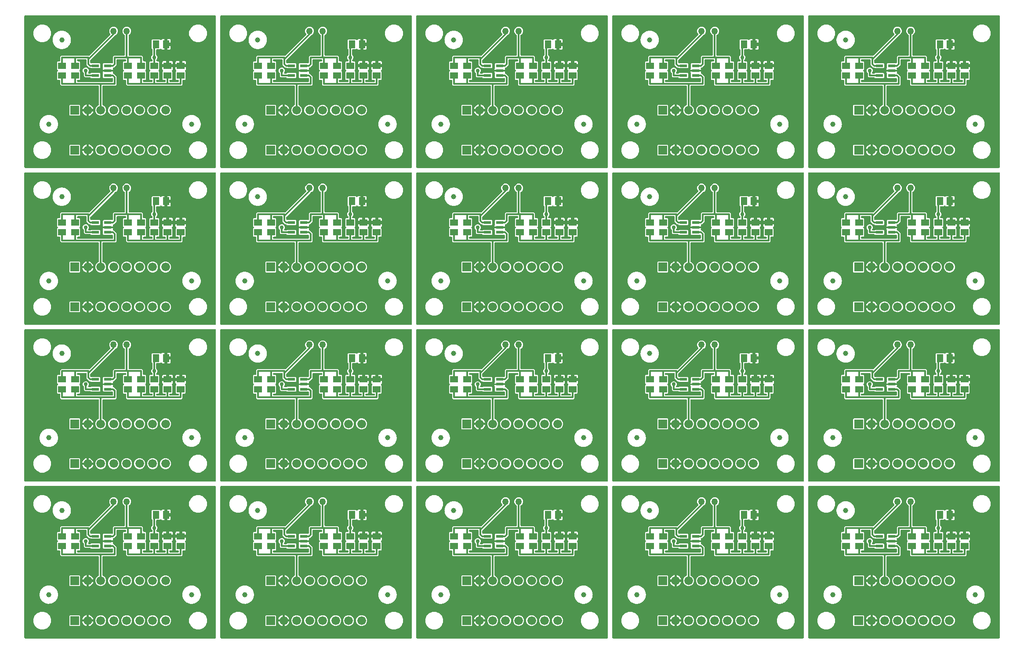
<source format=gbr>
G04 Panel Editor  V12.2 (Build 1133) Date:  Mon Apr 13 15:19:44 2020 *
G04 Database: C:\Users\sergey\Documents\EAGLE\projects\Led_amp\export\CAMOutputs\Panel\Led_amp.cam *
G04 Layer 11: copper_top.gbr *
%FSLAX34Y34*%
%MOMM*%
%SFA1.000B1.000*%

%MIA0B0*%
%IPPOS*%
%ADD10C,1.27000*%
%ADD11R,1.67640X1.67640*%
%ADD12C,1.67640*%
%ADD13C,0.75640*%
%ADD14C,0.30480*%
%ADD15R,1.50000X1.30000*%
%ADD16R,1.30000X1.50000*%
%ADD17R,1.47320X0.55880*%
%ADD18C,1.00000*%
%LNcopper_top.gbr*%
%SRX1Y1I0J0*%
%LPD*%
%SRX5Y4I37.754J30.254*%
G36*
X4271Y5794D02*
G01Y296746D01*
X4290Y296990*
X4298Y297015*
X4300Y297041*
X4345Y297182*
X4385Y297325*
X4398Y297348*
X4406Y297373*
X4482Y297500*
X4554Y297630*
X4571Y297650*
X4585Y297672*
X4688Y297779*
X4787Y297889*
X4809Y297904*
X4827Y297923*
X4952Y298003*
X5073Y298088*
X5098Y298098*
X5120Y298112*
X5259Y298162*
X5397Y298217*
X5423Y298221*
X5448Y298229*
X5595Y298246*
X5742Y298268*
X5768Y298266*
X5794Y298269*
X371746*
X371990Y298250*
X372015Y298242*
X372041Y298240*
X372182Y298195*
X372325Y298155*
X372348Y298142*
X372373Y298134*
X372500Y298058*
X372630Y297986*
X372650Y297969*
X372672Y297955*
X372779Y297852*
X372889Y297753*
X372904Y297731*
X372923Y297713*
X373003Y297588*
X373088Y297467*
X373098Y297442*
X373112Y297420*
X373162Y297281*
X373217Y297143*
X373221Y297117*
X373229Y297092*
X373246Y296945*
X373268Y296798*
Y296791*
Y296787*
X373267Y296767*
X373269Y296746*
Y5794*
X373250Y5550*
X373242Y5525*
X373240Y5499*
X373195Y5358*
X373155Y5215*
X373142Y5192*
X373134Y5167*
X373058Y5040*
X372986Y4910*
X372969Y4890*
X372955Y4868*
X372852Y4761*
X372753Y4651*
X372731Y4636*
X372713Y4617*
X372588Y4537*
X372467Y4452*
X372442Y4442*
X372420Y4428*
X372281Y4378*
X372143Y4323*
X372117Y4319*
X372092Y4311*
X371945Y4294*
X371798Y4272*
X371772Y4274*
X371746Y4271*
X5794*
X5550Y4290*
X5525Y4298*
X5499Y4300*
X5358Y4345*
X5215Y4385*
X5192Y4398*
X5167Y4406*
X5040Y4482*
X4910Y4554*
X4890Y4571*
X4868Y4585*
X4761Y4688*
X4651Y4787*
X4636Y4809*
X4617Y4827*
X4537Y4952*
X4452Y5073*
X4442Y5098*
X4428Y5120*
X4378Y5259*
X4323Y5397*
X4319Y5423*
X4311Y5448*
X4294Y5595*
X4272Y5742*
X4274Y5768*
X4271Y5794*
G37*
%LPC*%
G36*
X24357Y254140D02*
G01X29140Y249357D01*
X35388Y246769*
X42152*
X48400Y249357*
X53183Y254140*
X55771Y260388*
Y267152*
X53183Y273400*
X48400Y278183*
X42152Y280771*
X35388*
X29140Y278183*
X24357Y273400*
X21769Y267152*
Y260388*
X24357Y254140*
G37*
G36*
X33613Y88903D02*
G01X33614Y88658D01*
X33612Y88648*
X33613Y88637*
X33547Y87884*
X33592Y87785*
X33645Y87689*
X33663Y87626*
X33690Y87567*
X33711Y87459*
X33741Y87354*
X33744Y87289*
X33757Y87225*
X33753Y87115*
X33758Y87006*
X33746Y86942*
X33744Y86877*
X33715Y86771*
X33696Y86663*
X33670Y86603*
X33661Y86570*
X33858Y85835*
X33902Y85594*
Y85584*
X33904Y85573*
X33970Y84820*
X34031Y84730*
X34100Y84645*
X34129Y84586*
X34166Y84532*
X34205Y84430*
X34253Y84332*
X34267Y84268*
X34291Y84207*
X34306Y84099*
X34330Y83992*
Y83927*
X34339Y83862*
X34329Y83753*
Y83643*
X34313Y83580*
X34310Y83545*
X34632Y82856*
X34717Y82626*
X34719Y82616*
X34723Y82606*
X34919Y81876*
X34995Y81798*
X35077Y81726*
X35116Y81673*
X35161Y81627*
X35218Y81533*
X35282Y81444*
X35308Y81384*
X35341Y81328*
X35375Y81224*
X35417Y81123*
X35428Y81059*
X35449Y80997*
X35458Y80887*
X35476Y80779*
X35472Y80714*
X35475Y80680*
X35912Y80056*
X36036Y79845*
X36039Y79835*
X36045Y79826*
X36364Y79141*
X36453Y79078*
X36547Y79021*
X36593Y78976*
X36646Y78938*
X36718Y78855*
X36797Y78779*
X36833Y78724*
X36875Y78675*
X36927Y78578*
X36986Y78486*
X37008Y78425*
X37039Y78367*
X37067Y78261*
X37104Y78158*
X37111Y78093*
X37120Y78060*
X37658Y77522*
X37817Y77336*
X37822Y77326*
X37829Y77318*
X38262Y76699*
X38361Y76652*
X38463Y76613*
X38517Y76576*
X38576Y76548*
X38661Y76479*
X38752Y76418*
X38796Y76370*
X38847Y76329*
X38914Y76243*
X38989Y76162*
X39021Y76105*
X39061Y76054*
X39107Y75955*
X39162Y75859*
X39180Y75797*
X39195Y75766*
X39818Y75329*
X40007Y75173*
X40013Y75165*
X40022Y75158*
X40556Y74624*
X40661Y74594*
X40769Y74574*
X40828Y74547*
X40891Y74529*
X40987Y74476*
X41087Y74432*
X41139Y74392*
X41196Y74361*
X41278Y74287*
X41365Y74221*
X41407Y74171*
X41455Y74127*
X41517Y74038*
X41588Y73953*
X41617Y73895*
X41636Y73866*
X42326Y73545*
X42539Y73424*
X42547Y73417*
X42556Y73412*
X43175Y72978*
X43284Y72967*
X43394Y72966*
X43457Y72950*
X43522Y72943*
X43625Y72908*
X43732Y72881*
X43790Y72851*
X43851Y72830*
X43944Y72772*
X44042Y72722*
X44092Y72680*
X44147Y72645*
X44224Y72568*
X44308Y72497*
X44346Y72444*
X44371Y72420*
X45106Y72223*
X45337Y72141*
X45346Y72135*
X45356Y72132*
X46041Y71813*
X46149Y71821*
X46258Y71838*
X46323Y71833*
X46388Y71838*
X46496Y71821*
X46605Y71814*
X46668Y71794*
X46732Y71784*
X46834Y71743*
X46938Y71711*
X46995Y71678*
X47055Y71653*
X47145Y71590*
X47239Y71535*
X47287Y71490*
X47315Y71470*
X48073Y71404*
X48314Y71363*
X48324Y71359*
X48335Y71358*
X49065Y71162*
X49170Y71189*
X49274Y71225*
X49339Y71232*
X49402Y71248*
X49512Y71250*
X49621Y71261*
X49685Y71253*
X49750Y71254*
X49858Y71231*
X49966Y71218*
X50028Y71195*
X50091Y71182*
X50190Y71135*
X50293Y71097*
X50348Y71061*
X50379Y71046*
X51137Y71113*
X51382Y71114*
X51392Y71112*
X51403Y71113*
X52156Y71047*
X52255Y71092*
X52351Y71145*
X52414Y71163*
X52473Y71190*
X52581Y71211*
X52686Y71241*
X52751Y71244*
X52815Y71257*
X52925Y71253*
X53034Y71258*
X53098Y71246*
X53163Y71244*
X53269Y71215*
X53377Y71196*
X53437Y71170*
X53470Y71161*
X54205Y71358*
X54446Y71402*
X54456*
X54467Y71404*
X55220Y71470*
X55310Y71531*
X55395Y71600*
X55454Y71629*
X55508Y71666*
X55610Y71705*
X55708Y71753*
X55772Y71767*
X55833Y71791*
X55941Y71806*
X56048Y71830*
X56113*
X56178Y71839*
X56287Y71829*
X56397*
X56460Y71813*
X56495Y71810*
X57184Y72132*
X57414Y72217*
X57424Y72219*
X57434Y72223*
X58164Y72419*
X58242Y72495*
X58314Y72577*
X58367Y72616*
X58413Y72661*
X58507Y72718*
X58596Y72782*
X58656Y72808*
X58712Y72841*
X58816Y72875*
X58917Y72917*
X58981Y72928*
X59043Y72949*
X59153Y72958*
X59261Y72976*
X59326Y72972*
X59360Y72975*
X59984Y73412*
X60195Y73536*
X60205Y73539*
X60214Y73545*
X60899Y73864*
X60962Y73953*
X61019Y74047*
X61064Y74093*
X61102Y74146*
X61185Y74218*
X61261Y74297*
X61316Y74333*
X61365Y74375*
X61462Y74427*
X61554Y74486*
X61615Y74508*
X61673Y74539*
X61779Y74567*
X61882Y74604*
X61947Y74611*
X61980Y74620*
X62518Y75158*
X62704Y75317*
X62714Y75322*
X62722Y75329*
X63341Y75762*
X63388Y75861*
X63427Y75963*
X63464Y76017*
X63492Y76076*
X63561Y76161*
X63622Y76252*
X63670Y76296*
X63711Y76347*
X63797Y76414*
X63878Y76489*
X63935Y76521*
X63986Y76561*
X64085Y76607*
X64181Y76662*
X64243Y76680*
X64274Y76695*
X64711Y77318*
X64867Y77507*
X64875Y77513*
X64882Y77522*
X65416Y78056*
X65446Y78161*
X65466Y78269*
X65493Y78328*
X65511Y78391*
X65564Y78487*
X65608Y78587*
X65648Y78639*
X65679Y78696*
X65753Y78778*
X65819Y78865*
X65869Y78907*
X65913Y78955*
X66002Y79017*
X66087Y79088*
X66145Y79117*
X66174Y79136*
X66495Y79826*
X66616Y80039*
X66623Y80047*
X66628Y80056*
X67062Y80675*
X67073Y80784*
X67074Y80894*
X67090Y80957*
X67097Y81022*
X67132Y81125*
X67159Y81232*
X67189Y81290*
X67210Y81351*
X67268Y81444*
X67318Y81542*
X67360Y81592*
X67395Y81647*
X67472Y81724*
X67543Y81808*
X67596Y81846*
X67620Y81871*
X67817Y82606*
X67899Y82837*
X67905Y82846*
X67908Y82856*
X68227Y83541*
X68219Y83649*
X68202Y83758*
X68207Y83823*
X68202Y83888*
X68219Y83996*
X68226Y84105*
X68246Y84168*
X68256Y84232*
X68297Y84334*
X68329Y84438*
X68362Y84495*
X68387Y84555*
X68450Y84645*
X68505Y84739*
X68550Y84787*
X68570Y84815*
X68636Y85573*
X68677Y85814*
X68681Y85824*
X68682Y85835*
X68878Y86565*
X68851Y86670*
X68815Y86774*
X68808Y86839*
X68792Y86902*
X68790Y87012*
X68779Y87121*
X68787Y87185*
X68786Y87250*
X68809Y87358*
X68822Y87466*
X68845Y87528*
X68858Y87591*
X68905Y87690*
X68943Y87793*
X68979Y87848*
X68994Y87879*
X68927Y88637*
X68926Y88882*
X68928Y88892*
X68927Y88903*
X68993Y89656*
X68948Y89755*
X68895Y89851*
X68877Y89914*
X68850Y89973*
X68829Y90081*
X68799Y90186*
X68796Y90251*
X68783Y90315*
X68787Y90425*
X68782Y90534*
X68794Y90598*
X68796Y90663*
X68825Y90769*
X68844Y90877*
X68870Y90937*
X68879Y90970*
X68682Y91705*
X68638Y91946*
Y91957*
X68636Y91967*
X68570Y92720*
X68509Y92810*
X68440Y92895*
X68411Y92954*
X68374Y93008*
X68335Y93110*
X68287Y93208*
X68273Y93272*
X68249Y93333*
X68234Y93441*
X68210Y93548*
Y93613*
X68201Y93678*
X68211Y93787*
Y93897*
X68227Y93960*
X68230Y93995*
X67908Y94684*
X67823Y94914*
X67821Y94924*
X67817Y94934*
X67621Y95664*
X67545Y95742*
X67463Y95814*
X67424Y95867*
X67379Y95913*
X67322Y96007*
X67258Y96096*
X67232Y96156*
X67199Y96212*
X67165Y96316*
X67123Y96417*
X67112Y96481*
X67091Y96543*
X67082Y96653*
X67064Y96761*
X67068Y96826*
X67065Y96860*
X66628Y97484*
X66504Y97695*
X66501Y97705*
X66495Y97714*
X66176Y98399*
X66087Y98462*
X65993Y98519*
X65947Y98564*
X65894Y98602*
X65822Y98685*
X65743Y98761*
X65707Y98816*
X65665Y98865*
X65613Y98962*
X65554Y99054*
X65532Y99115*
X65501Y99173*
X65473Y99279*
X65436Y99382*
X65429Y99447*
X65420Y99480*
X64882Y100018*
X64723Y100204*
X64718Y100214*
X64711Y100222*
X64278Y100841*
X64179Y100888*
X64077Y100927*
X64023Y100964*
X63964Y100992*
X63879Y101061*
X63788Y101122*
X63744Y101170*
X63693Y101211*
X63626Y101297*
X63551Y101378*
X63519Y101435*
X63479Y101486*
X63433Y101585*
X63378Y101681*
X63360Y101743*
X63345Y101774*
X62722Y102211*
X62533Y102367*
X62527Y102375*
X62518Y102382*
X61984Y102916*
X61879Y102946*
X61771Y102966*
X61712Y102993*
X61649Y103011*
X61553Y103064*
X61453Y103108*
X61401Y103148*
X61344Y103179*
X61262Y103253*
X61175Y103319*
X61133Y103369*
X61085Y103413*
X61023Y103502*
X60952Y103587*
X60923Y103645*
X60904Y103674*
X60214Y103995*
X60001Y104116*
X59993Y104123*
X59984Y104128*
X59365Y104562*
X59256Y104573*
X59146Y104574*
X59083Y104590*
X59018Y104597*
X58915Y104632*
X58808Y104659*
X58750Y104689*
X58689Y104710*
X58596Y104768*
X58498Y104818*
X58448Y104860*
X58393Y104895*
X58316Y104972*
X58232Y105043*
X58194Y105096*
X58169Y105120*
X57434Y105317*
X57203Y105399*
X57194Y105405*
X57184Y105408*
X56499Y105727*
X56391Y105719*
X56282Y105702*
X56217Y105707*
X56152Y105702*
X56044Y105719*
X55935Y105726*
X55872Y105746*
X55808Y105756*
X55706Y105797*
X55602Y105829*
X55545Y105862*
X55485Y105887*
X55395Y105950*
X55301Y106005*
X55253Y106050*
X55225Y106070*
X54467Y106136*
X54226Y106177*
X54216Y106181*
X54205Y106182*
X53475Y106378*
X53370Y106351*
X53266Y106315*
X53201Y106308*
X53138Y106292*
X53028Y106290*
X52919Y106279*
X52855Y106287*
X52790Y106286*
X52682Y106309*
X52574Y106322*
X52512Y106345*
X52449Y106358*
X52350Y106405*
X52247Y106443*
X52192Y106479*
X52161Y106494*
X51403Y106427*
X51158Y106426*
X51148Y106428*
X51137Y106427*
X50384Y106493*
X50285Y106448*
X50189Y106395*
X50126Y106377*
X50067Y106350*
X49959Y106329*
X49854Y106299*
X49789Y106296*
X49725Y106283*
X49615Y106287*
X49506Y106282*
X49442Y106294*
X49377Y106296*
X49271Y106325*
X49163Y106344*
X49103Y106370*
X49070Y106379*
X48335Y106182*
X48094Y106138*
X48083*
X48073Y106136*
X47320Y106070*
X47230Y106009*
X47145Y105940*
X47086Y105911*
X47032Y105874*
X46930Y105835*
X46832Y105787*
X46768Y105773*
X46707Y105749*
X46599Y105734*
X46492Y105710*
X46427*
X46362Y105701*
X46253Y105711*
X46143*
X46080Y105727*
X46045Y105730*
X45356Y105408*
X45126Y105323*
X45116Y105321*
X45106Y105317*
X44376Y105121*
X44298Y105045*
X44226Y104963*
X44173Y104924*
X44127Y104879*
X44033Y104822*
X43944Y104758*
X43884Y104732*
X43828Y104699*
X43724Y104665*
X43623Y104623*
X43559Y104612*
X43497Y104591*
X43387Y104582*
X43279Y104564*
X43214Y104568*
X43180Y104565*
X42556Y104128*
X42345Y104004*
X42335Y104001*
X42326Y103995*
X41641Y103676*
X41578Y103587*
X41521Y103493*
X41476Y103447*
X41438Y103394*
X41355Y103322*
X41279Y103243*
X41224Y103207*
X41175Y103165*
X41078Y103113*
X40986Y103054*
X40925Y103032*
X40867Y103001*
X40761Y102973*
X40658Y102936*
X40593Y102929*
X40560Y102920*
X40022Y102382*
X39836Y102223*
X39826Y102218*
X39818Y102211*
X39199Y101777*
X39152Y101679*
X39113Y101577*
X39076Y101523*
X39048Y101464*
X38979Y101379*
X38918Y101288*
X38870Y101244*
X38829Y101193*
X38743Y101126*
X38662Y101051*
X38605Y101019*
X38554Y100979*
X38455Y100933*
X38359Y100878*
X38297Y100860*
X38266Y100845*
X37829Y100222*
X37673Y100033*
X37665Y100026*
X37658Y100018*
X37124Y99484*
X37094Y99379*
X37074Y99271*
X37047Y99212*
X37029Y99149*
X36976Y99053*
X36932Y98953*
X36892Y98901*
X36861Y98844*
X36787Y98762*
X36721Y98675*
X36671Y98633*
X36627Y98585*
X36538Y98523*
X36453Y98452*
X36395Y98423*
X36366Y98404*
X36045Y97714*
X35924Y97501*
X35917Y97493*
X35912Y97484*
X35478Y96865*
X35467Y96756*
X35466Y96646*
X35450Y96583*
X35443Y96518*
X35408Y96415*
X35381Y96308*
X35351Y96250*
X35330Y96189*
X35272Y96096*
X35222Y95998*
X35180Y95948*
X35145Y95893*
X35068Y95816*
X34997Y95732*
X34944Y95694*
X34920Y95669*
X34723Y94934*
X34641Y94703*
X34635Y94694*
X34632Y94684*
X34313Y93999*
X34321Y93891*
X34338Y93782*
X34333Y93717*
X34338Y93652*
X34321Y93544*
X34314Y93435*
X34294Y93372*
X34284Y93308*
X34243Y93206*
X34211Y93102*
X34178Y93045*
X34153Y92985*
X34090Y92895*
X34035Y92801*
X33990Y92753*
X33970Y92725*
X33904Y91967*
X33863Y91726*
X33859Y91716*
X33858Y91705*
X33662Y90975*
X33689Y90870*
X33725Y90766*
X33732Y90701*
X33748Y90638*
X33750Y90528*
X33761Y90419*
X33753Y90355*
X33754Y90290*
X33731Y90182*
X33718Y90074*
X33695Y90012*
X33682Y89949*
X33635Y89850*
X33597Y89747*
X33561Y89692*
X33546Y89661*
X33613Y88903*
G37*
G36*
X58613Y251403D02*
G01X58614Y251158D01*
X58612Y251148*
X58613Y251137*
X58547Y250384*
X58592Y250285*
X58645Y250189*
X58663Y250126*
X58690Y250067*
X58711Y249959*
X58741Y249854*
X58744Y249789*
X58757Y249725*
X58753Y249615*
X58758Y249506*
X58746Y249442*
X58744Y249377*
X58715Y249271*
X58696Y249163*
X58670Y249103*
X58661Y249070*
X58858Y248335*
X58902Y248094*
Y248084*
X58904Y248073*
X58970Y247320*
X59031Y247230*
X59100Y247145*
X59129Y247086*
X59166Y247032*
X59205Y246930*
X59253Y246832*
X59268Y246768*
X59291Y246707*
X59306Y246599*
X59330Y246492*
Y246427*
X59339Y246362*
X59329Y246253*
Y246143*
X59314Y246080*
X59310Y246045*
X59632Y245356*
X59717Y245126*
X59719Y245116*
X59723Y245106*
X59919Y244376*
X59995Y244298*
X60077Y244226*
X60116Y244173*
X60161Y244127*
X60218Y244033*
X60282Y243944*
X60308Y243884*
X60341Y243828*
X60375Y243724*
X60417Y243623*
X60428Y243559*
X60449Y243497*
X60458Y243387*
X60476Y243279*
X60472Y243214*
X60475Y243180*
X60912Y242556*
X61036Y242345*
X61039Y242335*
X61045Y242326*
X61364Y241641*
X61453Y241578*
X61547Y241521*
X61593Y241476*
X61646Y241438*
X61718Y241355*
X61797Y241279*
X61833Y241224*
X61875Y241175*
X61927Y241078*
X61986Y240986*
X62008Y240925*
X62039Y240867*
X62067Y240761*
X62104Y240658*
X62111Y240593*
X62120Y240560*
X62658Y240022*
X62817Y239836*
X62822Y239826*
X62829Y239818*
X63262Y239199*
X63361Y239152*
X63463Y239113*
X63517Y239076*
X63576Y239048*
X63661Y238979*
X63752Y238918*
X63796Y238870*
X63847Y238829*
X63914Y238743*
X63989Y238662*
X64021Y238605*
X64061Y238554*
X64107Y238455*
X64162Y238359*
X64180Y238297*
X64195Y238266*
X64818Y237829*
X65007Y237673*
X65013Y237665*
X65022Y237658*
X65556Y237124*
X65661Y237094*
X65769Y237074*
X65828Y237047*
X65891Y237029*
X65987Y236976*
X66087Y236932*
X66139Y236892*
X66196Y236861*
X66278Y236787*
X66365Y236721*
X66407Y236671*
X66455Y236627*
X66517Y236538*
X66588Y236453*
X66617Y236395*
X66636Y236366*
X67326Y236045*
X67539Y235924*
X67547Y235917*
X67556Y235912*
X68175Y235478*
X68284Y235467*
X68394Y235466*
X68457Y235450*
X68522Y235443*
X68625Y235408*
X68732Y235381*
X68790Y235351*
X68851Y235330*
X68944Y235272*
X69042Y235222*
X69092Y235180*
X69147Y235145*
X69224Y235068*
X69308Y234997*
X69346Y234944*
X69371Y234920*
X70106Y234723*
X70337Y234641*
X70346Y234635*
X70356Y234632*
X71041Y234313*
X71149Y234321*
X71258Y234338*
X71323Y234333*
X71388Y234338*
X71496Y234321*
X71605Y234314*
X71668Y234294*
X71732Y234284*
X71834Y234243*
X71938Y234211*
X71995Y234178*
X72055Y234153*
X72145Y234090*
X72239Y234035*
X72287Y233990*
X72315Y233970*
X73073Y233904*
X73314Y233863*
X73324Y233859*
X73335Y233858*
X74065Y233662*
X74170Y233689*
X74274Y233725*
X74339Y233732*
X74402Y233748*
X74512Y233750*
X74621Y233761*
X74685Y233753*
X74750Y233754*
X74858Y233731*
X74966Y233718*
X75028Y233695*
X75091Y233682*
X75190Y233635*
X75293Y233597*
X75348Y233561*
X75379Y233546*
X76137Y233613*
X76382Y233614*
X76392Y233612*
X76403Y233613*
X77156Y233547*
X77255Y233592*
X77351Y233645*
X77414Y233663*
X77473Y233690*
X77581Y233711*
X77686Y233741*
X77751Y233744*
X77815Y233757*
X77925Y233753*
X78034Y233758*
X78098Y233746*
X78163Y233744*
X78269Y233715*
X78377Y233696*
X78437Y233670*
X78470Y233661*
X79205Y233858*
X79446Y233902*
X79456*
X79467Y233904*
X80220Y233970*
X80310Y234031*
X80395Y234100*
X80454Y234129*
X80508Y234166*
X80610Y234205*
X80708Y234253*
X80772Y234267*
X80833Y234291*
X80941Y234306*
X81048Y234330*
X81113*
X81178Y234339*
X81287Y234329*
X81397*
X81460Y234313*
X81495Y234310*
X82184Y234632*
X82414Y234717*
X82424Y234719*
X82434Y234723*
X83164Y234919*
X83242Y234995*
X83314Y235077*
X83367Y235116*
X83413Y235161*
X83507Y235218*
X83596Y235282*
X83656Y235308*
X83712Y235341*
X83816Y235375*
X83917Y235417*
X83981Y235428*
X84043Y235449*
X84153Y235458*
X84261Y235476*
X84326Y235472*
X84360Y235475*
X84984Y235912*
X85195Y236036*
X85205Y236039*
X85214Y236045*
X85899Y236364*
X85962Y236453*
X86019Y236547*
X86064Y236593*
X86102Y236646*
X86185Y236718*
X86261Y236797*
X86316Y236833*
X86365Y236875*
X86462Y236927*
X86554Y236986*
X86615Y237008*
X86673Y237039*
X86779Y237067*
X86882Y237104*
X86947Y237111*
X86980Y237120*
X87518Y237658*
X87704Y237817*
X87714Y237822*
X87722Y237829*
X88341Y238262*
X88388Y238361*
X88427Y238463*
X88464Y238517*
X88492Y238576*
X88561Y238661*
X88622Y238752*
X88670Y238796*
X88711Y238847*
X88797Y238914*
X88878Y238989*
X88935Y239021*
X88986Y239061*
X89085Y239107*
X89181Y239162*
X89243Y239180*
X89274Y239195*
X89711Y239818*
X89867Y240007*
X89875Y240013*
X89882Y240022*
X90416Y240556*
X90446Y240661*
X90466Y240769*
X90493Y240828*
X90511Y240891*
X90564Y240987*
X90608Y241087*
X90648Y241139*
X90679Y241196*
X90753Y241278*
X90819Y241365*
X90869Y241407*
X90913Y241455*
X91002Y241517*
X91087Y241588*
X91145Y241617*
X91174Y241636*
X91495Y242326*
X91616Y242539*
X91623Y242547*
X91628Y242556*
X92062Y243175*
X92073Y243284*
X92074Y243394*
X92090Y243457*
X92097Y243522*
X92132Y243625*
X92159Y243732*
X92189Y243790*
X92210Y243851*
X92268Y243944*
X92318Y244042*
X92360Y244092*
X92395Y244147*
X92472Y244224*
X92543Y244308*
X92596Y244346*
X92620Y244371*
X92817Y245106*
X92899Y245337*
X92905Y245346*
X92908Y245356*
X93227Y246041*
X93219Y246149*
X93202Y246258*
X93207Y246323*
X93202Y246388*
X93219Y246496*
X93226Y246605*
X93246Y246668*
X93256Y246732*
X93297Y246834*
X93329Y246938*
X93362Y246995*
X93387Y247055*
X93450Y247145*
X93505Y247239*
X93550Y247287*
X93570Y247315*
X93636Y248073*
X93677Y248314*
X93681Y248324*
X93682Y248335*
X93878Y249065*
X93851Y249170*
X93815Y249274*
X93808Y249339*
X93792Y249402*
X93790Y249512*
X93779Y249621*
X93787Y249685*
X93786Y249750*
X93809Y249858*
X93822Y249966*
X93845Y250028*
X93858Y250091*
X93905Y250190*
X93943Y250293*
X93979Y250348*
X93994Y250379*
X93927Y251137*
X93926Y251382*
X93928Y251392*
X93927Y251403*
X93993Y252156*
X93948Y252255*
X93895Y252351*
X93877Y252414*
X93850Y252473*
X93829Y252581*
X93799Y252686*
X93796Y252751*
X93783Y252815*
X93787Y252925*
X93782Y253034*
X93794Y253098*
X93796Y253163*
X93825Y253269*
X93844Y253377*
X93870Y253437*
X93879Y253470*
X93682Y254205*
X93638Y254446*
Y254457*
X93636Y254467*
X93570Y255220*
X93509Y255310*
X93440Y255395*
X93411Y255454*
X93374Y255508*
X93335Y255610*
X93287Y255708*
X93273Y255772*
X93249Y255833*
X93234Y255941*
X93210Y256048*
Y256113*
X93201Y256178*
X93211Y256287*
Y256397*
X93227Y256460*
X93230Y256495*
X92908Y257184*
X92823Y257414*
X92821Y257424*
X92817Y257434*
X92621Y258164*
X92545Y258242*
X92463Y258314*
X92424Y258367*
X92379Y258413*
X92322Y258507*
X92258Y258596*
X92232Y258656*
X92199Y258712*
X92165Y258816*
X92123Y258917*
X92112Y258981*
X92091Y259043*
X92082Y259153*
X92064Y259261*
X92068Y259326*
X92065Y259360*
X91628Y259984*
X91504Y260195*
X91501Y260205*
X91495Y260214*
X91176Y260899*
X91087Y260962*
X90993Y261019*
X90947Y261064*
X90894Y261102*
X90822Y261185*
X90743Y261261*
X90707Y261316*
X90665Y261365*
X90613Y261462*
X90554Y261554*
X90532Y261615*
X90501Y261673*
X90473Y261779*
X90436Y261882*
X90429Y261947*
X90420Y261980*
X89882Y262518*
X89723Y262704*
X89718Y262714*
X89711Y262722*
X89278Y263341*
X89179Y263388*
X89077Y263427*
X89023Y263464*
X88964Y263492*
X88879Y263561*
X88788Y263622*
X88744Y263670*
X88693Y263711*
X88626Y263797*
X88551Y263878*
X88519Y263935*
X88479Y263986*
X88433Y264085*
X88378Y264181*
X88360Y264243*
X88345Y264274*
X87722Y264711*
X87533Y264867*
X87526Y264875*
X87518Y264882*
X86984Y265416*
X86879Y265446*
X86771Y265466*
X86712Y265493*
X86649Y265511*
X86553Y265564*
X86453Y265608*
X86401Y265648*
X86344Y265679*
X86262Y265753*
X86175Y265819*
X86133Y265869*
X86085Y265913*
X86023Y266002*
X85952Y266087*
X85923Y266145*
X85904Y266174*
X85214Y266495*
X85001Y266616*
X84993Y266623*
X84984Y266628*
X84365Y267062*
X84256Y267073*
X84146Y267074*
X84083Y267090*
X84018Y267097*
X83915Y267132*
X83808Y267159*
X83750Y267189*
X83689Y267210*
X83596Y267268*
X83498Y267318*
X83448Y267360*
X83393Y267395*
X83316Y267472*
X83232Y267543*
X83194Y267596*
X83169Y267620*
X82434Y267817*
X82203Y267899*
X82194Y267905*
X82184Y267908*
X81499Y268227*
X81391Y268219*
X81282Y268202*
X81217Y268207*
X81152Y268202*
X81044Y268219*
X80935Y268226*
X80872Y268246*
X80808Y268256*
X80706Y268297*
X80602Y268329*
X80545Y268362*
X80485Y268387*
X80395Y268450*
X80301Y268505*
X80253Y268550*
X80225Y268570*
X79467Y268636*
X79226Y268677*
X79216Y268681*
X79205Y268682*
X78475Y268878*
X78370Y268851*
X78266Y268815*
X78201Y268808*
X78138Y268792*
X78028Y268790*
X77919Y268779*
X77855Y268787*
X77790Y268786*
X77682Y268809*
X77574Y268822*
X77512Y268845*
X77449Y268858*
X77350Y268905*
X77247Y268943*
X77192Y268979*
X77161Y268994*
X76403Y268927*
X76158Y268926*
X76148Y268928*
X76137Y268927*
X75384Y268993*
X75285Y268948*
X75189Y268895*
X75126Y268877*
X75067Y268850*
X74959Y268829*
X74854Y268799*
X74789Y268796*
X74725Y268783*
X74615Y268787*
X74506Y268782*
X74442Y268794*
X74377Y268796*
X74271Y268825*
X74163Y268844*
X74103Y268870*
X74070Y268879*
X73335Y268682*
X73094Y268638*
X73083*
X73073Y268636*
X72320Y268570*
X72230Y268509*
X72145Y268440*
X72086Y268411*
X72032Y268374*
X71930Y268335*
X71832Y268287*
X71768Y268273*
X71707Y268249*
X71599Y268234*
X71492Y268210*
X71427*
X71362Y268201*
X71253Y268211*
X71143*
X71080Y268227*
X71045Y268230*
X70356Y267908*
X70126Y267823*
X70116Y267821*
X70106Y267817*
X69376Y267621*
X69298Y267545*
X69226Y267463*
X69173Y267424*
X69127Y267379*
X69033Y267322*
X68944Y267258*
X68884Y267232*
X68828Y267199*
X68724Y267165*
X68623Y267123*
X68559Y267112*
X68497Y267091*
X68387Y267082*
X68279Y267064*
X68214Y267068*
X68180Y267065*
X67556Y266628*
X67345Y266504*
X67335Y266501*
X67326Y266495*
X66641Y266176*
X66578Y266087*
X66521Y265993*
X66476Y265947*
X66438Y265894*
X66355Y265822*
X66279Y265743*
X66224Y265707*
X66175Y265665*
X66078Y265613*
X65986Y265554*
X65925Y265532*
X65867Y265501*
X65761Y265473*
X65658Y265436*
X65593Y265429*
X65560Y265420*
X65022Y264882*
X64836Y264723*
X64826Y264718*
X64818Y264711*
X64199Y264277*
X64152Y264179*
X64113Y264077*
X64076Y264023*
X64048Y263964*
X63979Y263879*
X63918Y263788*
X63870Y263744*
X63829Y263693*
X63743Y263626*
X63662Y263551*
X63605Y263519*
X63554Y263479*
X63455Y263433*
X63359Y263378*
X63297Y263360*
X63266Y263345*
X62829Y262722*
X62673Y262533*
X62665Y262526*
X62658Y262518*
X62124Y261984*
X62094Y261879*
X62074Y261771*
X62047Y261712*
X62029Y261649*
X61976Y261553*
X61932Y261453*
X61892Y261401*
X61861Y261344*
X61787Y261262*
X61721Y261175*
X61671Y261133*
X61627Y261085*
X61538Y261023*
X61453Y260952*
X61395Y260923*
X61366Y260904*
X61045Y260214*
X60924Y260001*
X60917Y259993*
X60912Y259984*
X60478Y259365*
X60467Y259256*
X60466Y259146*
X60450Y259083*
X60443Y259018*
X60408Y258915*
X60381Y258808*
X60351Y258750*
X60330Y258689*
X60272Y258596*
X60222Y258498*
X60180Y258448*
X60145Y258393*
X60068Y258316*
X59997Y258232*
X59944Y258194*
X59920Y258169*
X59723Y257434*
X59641Y257203*
X59635Y257194*
X59632Y257184*
X59313Y256499*
X59321Y256391*
X59338Y256282*
X59333Y256217*
X59338Y256152*
X59321Y256044*
X59314Y255935*
X59294Y255872*
X59284Y255808*
X59243Y255706*
X59211Y255602*
X59178Y255545*
X59153Y255485*
X59090Y255395*
X59035Y255301*
X58990Y255253*
X58970Y255225*
X58904Y254467*
X58863Y254226*
X58859Y254216*
X58858Y254205*
X58662Y253475*
X58689Y253369*
X58725Y253266*
X58732Y253201*
X58748Y253138*
X58750Y253028*
X58761Y252919*
X58753Y252855*
X58754Y252790*
X58731Y252682*
X58718Y252574*
X58695Y252512*
X58682Y252449*
X58635Y252350*
X58597Y252247*
X58561Y252192*
X58546Y252161*
X58613Y251403*
G37*
G36*
X67369Y175141D02*
G01X68541Y173969D01*
X71822*
X72066Y173950*
X72091Y173942*
X72117Y173940*
X72258Y173895*
X72401Y173855*
X72424Y173842*
X72449Y173834*
X72576Y173758*
X72706Y173686*
X72726Y173669*
X72748Y173655*
X72855Y173552*
X72965Y173453*
X72980Y173431*
X72999Y173413*
X73079Y173288*
X73164Y173167*
X73174Y173142*
X73188Y173120*
X73238Y172981*
X73293Y172843*
X73297Y172817*
X73305Y172792*
X73322Y172645*
X73344Y172498*
X73342Y172472*
X73345Y172446*
Y165111*
Y165110*
X75410Y163045*
X146222*
X146466Y163026*
X146491Y163018*
X146517Y163016*
X146658Y162971*
X146801Y162931*
X146824Y162918*
X146849Y162910*
X146976Y162834*
X147106Y162762*
X147126Y162745*
X147148Y162731*
X147255Y162628*
X147365Y162529*
X147380Y162507*
X147399Y162489*
X147479Y162364*
X147564Y162243*
X147574Y162218*
X147588Y162196*
X147638Y162057*
X147693Y161919*
X147697Y161893*
X147705Y161868*
X147722Y161721*
X147744Y161574*
X147742Y161548*
X147745Y161522*
Y126366*
X147743Y126337*
X147745Y126318*
X147738Y126271*
X147726Y126122*
X147705Y126049*
X147694Y125973*
X147658Y125882*
X147631Y125787*
X147594Y125720*
X147566Y125649*
X147510Y125568*
X147462Y125482*
X147411Y125425*
X147368Y125362*
X147295Y125296*
X147229Y125223*
X147166Y125179*
X147110Y125128*
X147024Y125080*
X146943Y125024*
X146872Y124996*
X146805Y124959*
X145389Y124372*
X142468Y121451*
X140887Y117635*
Y113505*
X142468Y109689*
X145389Y106768*
X149205Y105187*
X153335*
X157151Y106768*
X160072Y109689*
X161653Y113505*
Y117635*
X160072Y121451*
X157151Y124372*
X155735Y124959*
X155709Y124972*
X155691Y124978*
X155651Y125002*
X155517Y125070*
X155457Y125118*
X155392Y125157*
X155321Y125225*
X155244Y125286*
X155196Y125346*
X155141Y125399*
X155088Y125482*
X155026Y125558*
X154994Y125628*
X154952Y125692*
X154919Y125784*
X154877Y125873*
X154860Y125948*
X154835Y126020*
X154823Y126117*
X154802Y126214*
X154803Y126290*
X154795Y126366*
Y161522*
X154814Y161766*
X154822Y161791*
X154824Y161817*
X154869Y161958*
X154909Y162101*
X154922Y162124*
X154930Y162149*
X155006Y162276*
X155078Y162406*
X155095Y162426*
X155109Y162448*
X155212Y162555*
X155311Y162665*
X155333Y162680*
X155351Y162699*
X155476Y162779*
X155597Y162864*
X155622Y162874*
X155644Y162888*
X155783Y162938*
X155921Y162993*
X155947Y162997*
X155972Y163005*
X156119Y163022*
X156266Y163044*
X156292Y163042*
X156318Y163045*
X179929*
X179930*
X181995Y165110*
Y180730*
X176628Y186097*
X176627*
X176164*
X175921Y186116*
X175872Y186130*
X175821Y186136*
X175704Y186177*
X175585Y186211*
X175541Y186236*
X175493Y186253*
X175389Y186320*
X175280Y186380*
X175242Y186414*
X175199Y186441*
X175113Y186530*
X175021Y186613*
X174992Y186655*
X174957Y186692*
X174893Y186798*
X174822Y186899*
X174804Y186947*
X174777Y186990*
X174739Y187108*
X174694Y187223*
X174686Y187274*
X174671Y187322*
X174660Y187445*
X174642Y187568*
X174646Y187619*
X174642Y187669*
X174660Y187792*
X174670Y187915*
X174686Y187964*
X174693Y188014*
X174915Y188841*
Y190447*
X165008*
X155101*
Y188841*
X155274Y188195*
X155557Y187707*
X155661Y187486*
X155662Y187484*
Y187483*
X155706Y187311*
X155747Y187148*
Y187147*
Y187145*
X155750Y186968*
X155754Y186800*
X155753Y186798*
Y186797*
X155717Y186626*
X155681Y186459*
X155680Y186457*
Y186456*
X155641Y186374*
Y178950*
Y178949*
X156813Y177777*
X173422*
X173666Y177758*
X173691Y177750*
X173717Y177748*
X173858Y177703*
X174001Y177663*
X174024Y177650*
X174049Y177642*
X174176Y177566*
X174306Y177494*
X174326Y177477*
X174348Y177463*
X174455Y177360*
X174565Y177261*
X174580Y177239*
X174599Y177221*
X174679Y177096*
X174764Y176975*
X174774Y176950*
X174788Y176928*
X174838Y176789*
X174893Y176651*
X174897Y176625*
X174905Y176600*
X174922Y176453*
X174944Y176306*
X174942Y176280*
X174945Y176254*
Y171618*
X174926Y171374*
X174918Y171349*
X174916Y171323*
X174871Y171182*
X174831Y171039*
X174818Y171016*
X174810Y170991*
X174734Y170864*
X174662Y170734*
X174645Y170714*
X174631Y170692*
X174528Y170585*
X174429Y170475*
X174407Y170460*
X174389Y170441*
X174264Y170361*
X174143Y170276*
X174118Y170266*
X174096Y170252*
X173957Y170202*
X173819Y170147*
X173793Y170143*
X173768Y170135*
X173621Y170118*
X173474Y170096*
X173448Y170098*
X173422Y170095*
X107318*
X107074Y170114*
X107049Y170122*
X107023Y170124*
X106882Y170169*
X106739Y170209*
X106716Y170222*
X106691Y170230*
X106564Y170306*
X106434Y170378*
X106414Y170395*
X106392Y170409*
X106285Y170512*
X106175Y170611*
X106160Y170633*
X106141Y170651*
X106061Y170776*
X105976Y170897*
X105966Y170922*
X105952Y170944*
X105902Y171083*
X105847Y171221*
X105843Y171247*
X105835Y171272*
X105818Y171419*
X105796Y171566*
X105798Y171592*
X105795Y171618*
Y172446*
X105814Y172690*
X105822Y172715*
X105824Y172741*
X105869Y172882*
X105909Y173025*
X105922Y173048*
X105930Y173073*
X106006Y173200*
X106078Y173330*
X106095Y173350*
X106109Y173372*
X106212Y173479*
X106311Y173589*
X106333Y173604*
X106351Y173623*
X106476Y173703*
X106597Y173788*
X106622Y173798*
X106644Y173812*
X106783Y173862*
X106921Y173917*
X106947Y173921*
X106972Y173929*
X107119Y173946*
X107266Y173968*
X107292Y173966*
X107318Y173969*
X110598*
X110599*
X111771Y175141*
Y189799*
X110677Y190893*
X110518Y191079*
X110505Y191102*
X110488Y191122*
X110420Y191254*
X110348Y191383*
X110341Y191409*
X110329Y191432*
X110292Y191576*
X110251Y191718*
X110250Y191744*
X110244Y191770*
X110241Y191918*
X110233Y192066*
X110238Y192092*
Y192118*
X110269Y192263*
X110295Y192409*
X110305Y192433*
X110311Y192459*
X110374Y192593*
X110433Y192729*
X110449Y192750*
X110460Y192774*
X110552Y192890*
X110640Y193010*
X110660Y193027*
X110677Y193047*
X111771Y194141*
Y208799*
X110599Y209971*
X110598*
X107318*
X107074Y209990*
X107049Y209998*
X107023Y210000*
X106882Y210045*
X106739Y210085*
X106716Y210098*
X106691Y210106*
X106564Y210182*
X106434Y210254*
X106414Y210271*
X106392Y210285*
X106285Y210388*
X106175Y210487*
X106160Y210509*
X106141Y210527*
X106061Y210652*
X105976Y210773*
X105966Y210798*
X105952Y210820*
X105902Y210959*
X105847Y211097*
X105843Y211123*
X105835Y211148*
X105818Y211295*
X105796Y211442*
X105798Y211468*
X105795Y211494*
Y212322*
X105814Y212566*
X105822Y212591*
X105824Y212617*
X105869Y212758*
X105909Y212901*
X105922Y212924*
X105930Y212949*
X106006Y213076*
X106078Y213206*
X106095Y213226*
X106109Y213248*
X106212Y213355*
X106311Y213465*
X106333Y213480*
X106351Y213499*
X106476Y213579*
X106597Y213664*
X106622Y213674*
X106644Y213688*
X106783Y213738*
X106921Y213793*
X106947Y213797*
X106972Y213805*
X107119Y213822*
X107266Y213844*
X107292Y213842*
X107318Y213845*
X122622*
X122866Y213826*
X122891Y213818*
X122917Y213816*
X123058Y213771*
X123201Y213731*
X123224Y213718*
X123249Y213710*
X123376Y213634*
X123506Y213562*
X123526Y213545*
X123548Y213531*
X123655Y213428*
X123765Y213329*
X123780Y213307*
X123799Y213289*
X123880Y213164*
X123964Y213043*
X123974Y213018*
X123988Y212996*
X124038Y212857*
X124093Y212719*
X124097Y212693*
X124105Y212668*
X124122Y212521*
X124144Y212374*
X124142Y212348*
X124145Y212322*
Y203211*
Y203210*
X129512Y197843*
X131036*
X131137Y197835*
X131185Y197836*
X131219Y197829*
X131280Y197824*
X131402Y197789*
X131525Y197763*
X131569Y197742*
X131616Y197729*
X131726Y197668*
X131840Y197614*
X131878Y197584*
X131921Y197560*
X132014Y197476*
X132113Y197397*
X132937Y196573*
X149326*
X149327*
X150499Y197745*
Y204991*
X149327Y206163*
X149326*
X132718*
X132474Y206182*
X132449Y206190*
X132423Y206192*
X132282Y206237*
X132139Y206277*
X132116Y206290*
X132091Y206298*
X131964Y206374*
X131834Y206446*
X131814Y206463*
X131792Y206477*
X131685Y206580*
X131575Y206679*
X131560Y206701*
X131541Y206719*
X131461Y206844*
X131376Y206965*
X131366Y206990*
X131352Y207012*
X131302Y207151*
X131247Y207289*
X131243Y207315*
X131235Y207340*
X131218Y207487*
X131196Y207634*
X131198Y207660*
X131195Y207686*
Y211679*
X131203Y211779*
X131202Y211827*
X131209Y211862*
X131214Y211923*
X131249Y212045*
X131275Y212168*
X131296Y212212*
X131309Y212258*
X131370Y212369*
X131424Y212483*
X131454Y212521*
X131478Y212563*
X131562Y212657*
X131641Y212756*
X177084Y258199*
X179178Y260293*
X179364Y260451*
X179366Y260452*
X179367Y260454*
X179368*
X179516Y260536*
X179668Y260622*
X179669*
X179670*
X179672Y260623*
X180800Y261091*
X183149Y263440*
X184421Y266509*
Y269831*
X183149Y272900*
X180800Y275249*
X177731Y276521*
X174409*
X171340Y275249*
X168991Y272900*
X167719Y269831*
Y266509*
X168991Y263440*
X169596Y262835*
X169754Y262648*
X169767Y262625*
X169784Y262605*
X169852Y262473*
X169924Y262344*
X169932Y262319*
X169944Y262296*
X169980Y262151*
X170021Y262009*
X170022Y261983*
X170029Y261958*
X170031Y261810*
X170039Y261661*
X170034Y261635*
X170035Y261609*
X170004Y261465*
X169977Y261318*
X169967Y261294*
X169961Y261269*
X169898Y261135*
X169839Y260998*
X169824Y260977*
X169812Y260953*
X169720Y260837*
X169632Y260718*
X169612Y260701*
X169596Y260680*
X130256Y221341*
X130180Y221276*
X130146Y221241*
X130116Y221222*
X130070Y221182*
X129960Y221121*
X129853Y221052*
X129808Y221036*
X129766Y221012*
X129644Y220977*
X129525Y220935*
X129477Y220929*
X129431Y220916*
X129305Y220909*
X129179Y220895*
X75410*
X73345Y218830*
Y218829*
Y211494*
X73326Y211250*
X73318Y211225*
X73316Y211199*
X73271Y211058*
X73231Y210915*
X73218Y210892*
X73210Y210867*
X73134Y210740*
X73062Y210610*
X73045Y210590*
X73031Y210568*
X72928Y210461*
X72829Y210351*
X72807Y210336*
X72789Y210317*
X72664Y210237*
X72543Y210152*
X72518Y210142*
X72496Y210128*
X72357Y210078*
X72219Y210023*
X72193Y210019*
X72168Y210011*
X72021Y209994*
X71874Y209972*
X71848Y209974*
X71822Y209971*
X68541*
X67369Y208799*
Y208798*
Y194142*
Y194141*
X68463Y193047*
X68622Y192861*
X68635Y192838*
X68652Y192818*
X68720Y192686*
X68792Y192557*
X68799Y192531*
X68811Y192508*
X68848Y192364*
X68889Y192222*
X68890Y192196*
X68896Y192170*
X68899Y192022*
X68907Y191874*
X68902Y191848*
Y191822*
X68871Y191677*
X68845Y191531*
X68834Y191507*
X68829Y191481*
X68766Y191347*
X68707Y191211*
X68691Y191190*
X68680Y191166*
X68588Y191050*
X68500Y190930*
X68480Y190913*
X68463Y190893*
X67369Y189799*
Y189798*
Y175142*
Y175141*
G37*
G36*
X90887Y29559D02*
G01X92059Y28387D01*
X110480*
X110481*
X111653Y29559*
Y47981*
X110481Y49153*
X110480*
X92059*
X90887Y47981*
Y47980*
Y29560*
Y29559*
G37*
G36*
Y106359D02*
G01X92059Y105187D01*
X110480*
X110481*
X111653Y106359*
Y124781*
X110481Y125953*
X110480*
X92059*
X90887Y124781*
Y124780*
Y106360*
Y106359*
G37*
G36*
X115616Y36212D02*
G01X116148Y34577D01*
X116928Y33045*
X117939Y31654*
X119154Y30439*
X120545Y29428*
X122077Y28648*
X123712Y28116*
X124021Y28067*
Y36521*
X115567*
X115616Y36212*
G37*
G36*
X124021Y41019D02*
G01Y49473D01*
X123712Y49424*
X122077Y48892*
X120545Y48112*
X119154Y47101*
X117939Y45886*
X116928Y44495*
X116148Y42963*
X115616Y41328*
X115567Y41019*
X124021*
G37*
G36*
X115616Y113012D02*
G01X116148Y111377D01*
X116928Y109845*
X117939Y108454*
X119154Y107239*
X120545Y106228*
X122077Y105448*
X123712Y104916*
X124021Y104867*
Y113321*
X115567*
X115616Y113012*
G37*
G36*
X124021Y117819D02*
G01Y126273D01*
X123712Y126224*
X122077Y125692*
X120545Y124912*
X119154Y123901*
X117939Y122686*
X116928Y121295*
X116148Y119763*
X115616Y118128*
X115567Y117819*
X124021*
G37*
G36*
X116807Y190820D02*
G01X117688Y188694D01*
X118619Y187763*
X118684Y187686*
X118719Y187653*
X118738Y187623*
X118778Y187577*
X118839Y187466*
X118908Y187360*
X118924Y187315*
X118948Y187272*
X118983Y187151*
X119025Y187032*
X119031Y186984*
X119044Y186938*
X119051Y186811*
X119065Y186686*
Y181112*
X121130Y179047*
X121131*
X131036*
X131137Y179039*
X131185Y179040*
X131219Y179033*
X131280Y179028*
X131402Y178993*
X131525Y178967*
X131569Y178946*
X131615Y178933*
X131726Y178872*
X131840Y178818*
X131878Y178788*
X131921Y178764*
X132014Y178680*
X132113Y178601*
X132937Y177777*
X132938*
X149326*
X149327*
X150499Y178949*
Y186194*
Y186195*
X149327Y187367*
X132937*
X132113Y186543*
X132037Y186478*
X132003Y186443*
X131973Y186424*
X131927Y186384*
X131817Y186323*
X131711Y186254*
X131665Y186238*
X131623Y186214*
X131501Y186179*
X131383Y186137*
X131335Y186131*
X131288Y186118*
X131162Y186111*
X131036Y186097*
X128572*
X128511Y186102*
X128476Y186100*
X128429Y186108*
X128328Y186116*
X128232Y186144*
X128133Y186161*
X128065Y186191*
X127993Y186211*
X127905Y186260*
X127813Y186300*
X127753Y186344*
X127688Y186380*
X127613Y186447*
X127533Y186507*
X127484Y186563*
X127429Y186613*
X127372Y186695*
X127307Y186772*
X127273Y186838*
X127230Y186899*
X127193Y186993*
X127147Y187082*
X127129Y187154*
X127102Y187223*
X127087Y187322*
X127062Y187420*
X127061Y187494*
X127050Y187568*
X127058Y187668*
X127056Y187768*
X127072Y187841*
X127078Y187915*
X127108Y188011*
X127130Y188109*
X127161Y188176*
X127184Y188247*
X127236Y188333*
X127279Y188424*
X127325Y188482*
X127363Y188546*
X127433Y188618*
X127492Y188693*
X128373Y190820*
Y193120*
X127492Y195246*
X125866Y196872*
X123740Y197753*
X121440*
X119314Y196872*
X117688Y195246*
X116807Y193120*
Y190820*
G37*
G36*
X128828Y28116D02*
G01X130463Y28648D01*
X131995Y29428*
X133386Y30439*
X134601Y31654*
X135612Y33045*
X136392Y34577*
X136924Y36212*
X136973Y36521*
X128519*
Y28067*
X128828Y28116*
G37*
G36*
X136973Y41019D02*
G01X136924Y41328D01*
X136392Y42963*
X135612Y44495*
X134601Y45886*
X133386Y47101*
X131995Y48112*
X130463Y48892*
X128828Y49424*
X128519Y49473*
Y41019*
X136973*
G37*
G36*
X128828Y104916D02*
G01X130463Y105448D01*
X131995Y106228*
X133386Y107239*
X134601Y108454*
X135612Y109845*
X136392Y111377*
X136924Y113012*
X136973Y113321*
X128519*
Y104867*
X128828Y104916*
G37*
G36*
X136973Y117819D02*
G01X136924Y118128D01*
X136392Y119763*
X135612Y121295*
X134601Y122686*
X133386Y123901*
X131995Y124912*
X130463Y125692*
X128828Y126224*
X128519Y126273*
Y117819*
X136973*
G37*
G36*
X142468Y32889D02*
G01X145389Y29968D01*
X149205Y28387*
X153335*
X157151Y29968*
X160072Y32889*
X161653Y36705*
Y40835*
X160072Y44651*
X157151Y47572*
X153335Y49153*
X149205*
X145389Y47572*
X142468Y44651*
X140887Y40835*
Y36705*
X142468Y32889*
G37*
G36*
X165008Y193493D02*
G01X174915D01*
Y195099*
X174693Y195926*
X174649Y196166*
X174650Y196217*
X174642Y196268*
X174652Y196391*
X174654Y196515*
X174666Y196564*
X174670Y196615*
X174708Y196733*
X174737Y196853*
X174761Y196899*
X174776Y196947*
X174840Y197053*
X174896Y197163*
X174929Y197202*
X174955Y197246*
X175041Y197335*
X175121Y197430*
X175162Y197460*
X175197Y197497*
X175301Y197564*
X175400Y197638*
X175447Y197658*
X175490Y197686*
X175607Y197728*
X175720Y197777*
X175770Y197786*
X175818Y197803*
X175941Y197818*
X176063Y197840*
X176114Y197837*
X176164Y197843*
X176627*
X176628*
X181995Y203210*
Y212322*
X182014Y212566*
X182022Y212591*
X182024Y212617*
X182069Y212758*
X182109Y212901*
X182122Y212924*
X182130Y212949*
X182206Y213076*
X182278Y213206*
X182295Y213226*
X182309Y213248*
X182412Y213355*
X182511Y213465*
X182533Y213480*
X182551Y213499*
X182676Y213579*
X182797Y213664*
X182822Y213674*
X182844Y213688*
X182983Y213738*
X183121Y213793*
X183147Y213797*
X183172Y213805*
X183319Y213822*
X183466Y213844*
X183492Y213842*
X183518Y213845*
X198822*
X199066Y213826*
X199091Y213818*
X199117Y213816*
X199258Y213771*
X199401Y213731*
X199424Y213718*
X199449Y213710*
X199576Y213634*
X199706Y213562*
X199726Y213545*
X199748Y213531*
X199855Y213428*
X199965Y213329*
X199980Y213307*
X199999Y213289*
X200080Y213164*
X200164Y213043*
X200174Y213018*
X200188Y212996*
X200238Y212857*
X200293Y212719*
X200297Y212693*
X200305Y212668*
X200322Y212521*
X200344Y212374*
X200342Y212348*
X200345Y212322*
Y211494*
X200326Y211250*
X200318Y211225*
X200316Y211199*
X200271Y211058*
X200231Y210915*
X200218Y210892*
X200210Y210867*
X200134Y210740*
X200062Y210610*
X200045Y210590*
X200031Y210568*
X199928Y210461*
X199829Y210351*
X199807Y210336*
X199789Y210317*
X199664Y210237*
X199543Y210152*
X199518Y210142*
X199496Y210128*
X199357Y210078*
X199219Y210023*
X199193Y210019*
X199168Y210011*
X199021Y209994*
X198874Y209972*
X198848Y209974*
X198822Y209971*
X195541*
X194369Y208799*
Y208798*
Y194142*
Y194141*
X195463Y193047*
X195622Y192861*
X195635Y192838*
X195652Y192818*
X195720Y192686*
X195792Y192557*
X195799Y192531*
X195811Y192508*
X195848Y192364*
X195889Y192222*
X195890Y192196*
X195896Y192170*
X195899Y192022*
X195907Y191874*
X195902Y191848*
Y191822*
X195871Y191677*
X195845Y191531*
X195834Y191507*
X195829Y191481*
X195766Y191347*
X195707Y191211*
X195691Y191190*
X195680Y191166*
X195588Y191050*
X195500Y190930*
X195480Y190913*
X195463Y190893*
X194369Y189799*
Y189798*
Y175142*
Y175141*
X195541Y173969*
X198822*
X199066Y173950*
X199091Y173942*
X199117Y173940*
X199258Y173895*
X199401Y173855*
X199424Y173842*
X199449Y173834*
X199576Y173758*
X199706Y173686*
X199726Y173669*
X199748Y173655*
X199855Y173552*
X199965Y173453*
X199980Y173431*
X199999Y173413*
X200079Y173288*
X200164Y173167*
X200174Y173142*
X200188Y173120*
X200238Y172981*
X200293Y172843*
X200297Y172817*
X200305Y172792*
X200322Y172645*
X200344Y172498*
X200342Y172472*
X200345Y172446*
Y165111*
Y165110*
X202410Y163045*
X306929*
X306930*
X308995Y165110*
Y172446*
X309014Y172690*
X309022Y172715*
X309024Y172741*
X309069Y172882*
X309109Y173025*
X309122Y173048*
X309130Y173073*
X309206Y173200*
X309278Y173330*
X309295Y173350*
X309309Y173372*
X309412Y173479*
X309511Y173589*
X309533Y173604*
X309551Y173623*
X309676Y173703*
X309797Y173788*
X309822Y173798*
X309844Y173812*
X309983Y173862*
X310121Y173917*
X310147Y173921*
X310172Y173929*
X310319Y173946*
X310466Y173968*
X310492Y173966*
X310518Y173969*
X313798*
X313799*
X314971Y175141*
Y189799*
X314224Y190546*
X314065Y190732*
X314040Y190777*
X314008Y190817*
X313955Y190928*
X313895Y191036*
X313881Y191085*
X313859Y191131*
X313833Y191252*
X313798Y191371*
X313796Y191422*
X313785Y191472*
X313787Y191596*
X313780Y191719*
X313790Y191769*
Y191820*
X313820Y191941*
X313842Y192062*
X313862Y192109*
X313875Y192159*
X313931Y192269*
X313980Y192382*
X314010Y192423*
X314034Y192469*
X314095Y192541*
X314104Y192557*
X314124Y192577*
X314187Y192662*
X314226Y192696*
X314259Y192734*
X314319Y192779*
X314347Y192807*
X314392Y192836*
X314453Y192888*
X314498Y192912*
X314524Y192931*
X315003Y193410*
X315338Y193989*
X315511Y194635*
Y198423*
X306994*
X306750Y198442*
X306725Y198450*
X306699Y198452*
X306558Y198497*
X306415Y198537*
X306392Y198550*
X306367Y198558*
X306240Y198634*
X306110Y198706*
X306090Y198723*
X306068Y198737*
X305961Y198840*
X305851Y198939*
X305836Y198961*
X305817Y198979*
X305737Y199104*
X305652Y199225*
X305642Y199250*
X305628Y199272*
X305578Y199411*
X305523Y199549*
X305520Y199575*
X305511Y199600*
X305494Y199747*
X305472Y199894*
X305474Y199920*
X305471Y199946*
Y201471*
X305469*
Y199946*
X305450Y199702*
X305442Y199677*
X305440Y199651*
X305395Y199510*
X305355Y199367*
X305342Y199344*
X305334Y199319*
X305258Y199192*
X305186Y199062*
X305169Y199042*
X305155Y199020*
X305052Y198913*
X304953Y198803*
X304931Y198788*
X304913Y198769*
X304788Y198689*
X304667Y198604*
X304642Y198594*
X304620Y198580*
X304481Y198530*
X304343Y198475*
X304317Y198471*
X304292Y198463*
X304145Y198446*
X303998Y198424*
X303972Y198426*
X303946Y198423*
X295429*
Y194635*
X295602Y193989*
X295937Y193410*
X296413Y192934*
X296479Y192888*
X296510Y192871*
X296531Y192853*
X296602Y192803*
X296638Y192767*
X296679Y192736*
X296743Y192661*
X296769Y192637*
X296783Y192617*
X296845Y192553*
X296872Y192510*
X296905Y192471*
X296961Y192361*
X296968Y192351*
X296970Y192347*
X297025Y192255*
X297041Y192206*
X297064Y192161*
X297094Y192041*
X297133Y191923*
X297137Y191873*
X297149Y191823*
X297151Y191700*
X297162Y191576*
X297154Y191526*
X297155Y191475*
X297129Y191354*
X297111Y191231*
X297093Y191184*
X297082Y191134*
X297029Y191022*
X296984Y190907*
X296955Y190865*
X296933Y190819*
X296856Y190722*
X296786Y190620*
X296748Y190586*
X296716Y190546*
X295969Y189799*
Y189798*
Y175142*
Y175141*
X297141Y173969*
X300422*
X300666Y173950*
X300691Y173942*
X300717Y173940*
X300858Y173895*
X301001Y173855*
X301024Y173842*
X301049Y173834*
X301176Y173758*
X301306Y173686*
X301326Y173669*
X301348Y173655*
X301455Y173552*
X301565Y173453*
X301580Y173431*
X301599Y173413*
X301679Y173288*
X301764Y173167*
X301774Y173142*
X301788Y173120*
X301838Y172981*
X301893Y172843*
X301897Y172817*
X301905Y172792*
X301922Y172645*
X301944Y172498*
X301942Y172472*
X301945Y172446*
Y171618*
X301926Y171374*
X301918Y171349*
X301916Y171323*
X301871Y171182*
X301831Y171039*
X301818Y171016*
X301810Y170991*
X301734Y170864*
X301662Y170734*
X301645Y170714*
X301631Y170692*
X301528Y170585*
X301429Y170475*
X301407Y170460*
X301389Y170441*
X301264Y170361*
X301143Y170276*
X301118Y170266*
X301096Y170252*
X300957Y170202*
X300819Y170147*
X300793Y170143*
X300768Y170135*
X300621Y170118*
X300474Y170096*
X300448Y170098*
X300422Y170095*
X285118*
X284874Y170114*
X284849Y170122*
X284823Y170124*
X284682Y170169*
X284539Y170209*
X284516Y170222*
X284491Y170230*
X284364Y170306*
X284234Y170378*
X284214Y170395*
X284192Y170409*
X284085Y170512*
X283975Y170611*
X283960Y170633*
X283941Y170651*
X283861Y170776*
X283776Y170897*
X283766Y170922*
X283752Y170944*
X283702Y171083*
X283647Y171221*
X283643Y171247*
X283635Y171272*
X283618Y171419*
X283596Y171566*
X283598Y171592*
X283595Y171618*
Y172446*
X283614Y172690*
X283622Y172715*
X283624Y172741*
X283669Y172882*
X283709Y173025*
X283722Y173048*
X283730Y173073*
X283806Y173200*
X283878Y173330*
X283895Y173350*
X283909Y173372*
X284012Y173479*
X284111Y173589*
X284133Y173604*
X284151Y173623*
X284276Y173703*
X284397Y173788*
X284422Y173798*
X284444Y173812*
X284583Y173862*
X284721Y173917*
X284747Y173921*
X284772Y173929*
X284919Y173946*
X285066Y173968*
X285092Y173966*
X285118Y173969*
X288398*
X288399*
X289571Y175141*
Y189799*
X288824Y190546*
X288665Y190732*
X288640Y190777*
X288608Y190817*
X288555Y190928*
X288495Y191036*
X288481Y191085*
X288459Y191131*
X288433Y191252*
X288398Y191371*
X288396Y191422*
X288385Y191472*
X288387Y191596*
X288380Y191719*
X288390Y191769*
Y191820*
X288420Y191941*
X288442Y192062*
X288462Y192109*
X288475Y192159*
X288531Y192269*
X288580Y192382*
X288610Y192423*
X288634Y192469*
X288695Y192541*
X288704Y192557*
X288724Y192577*
X288787Y192662*
X288826Y192696*
X288859Y192734*
X288919Y192779*
X288947Y192807*
X288992Y192836*
X289053Y192888*
X289098Y192912*
X289124Y192931*
X289603Y193410*
X289938Y193989*
X290111Y194635*
Y198423*
X281594*
X281350Y198442*
X281325Y198450*
X281299Y198452*
X281158Y198497*
X281015Y198537*
X280992Y198550*
X280967Y198558*
X280840Y198634*
X280710Y198706*
X280690Y198723*
X280668Y198737*
X280561Y198840*
X280451Y198939*
X280436Y198961*
X280417Y198979*
X280337Y199104*
X280252Y199225*
X280242Y199250*
X280228Y199272*
X280178Y199411*
X280123Y199549*
X280120Y199575*
X280111Y199600*
X280094Y199747*
X280072Y199894*
X280074Y199920*
X280071Y199946*
Y201471*
X280069*
Y199946*
X280050Y199702*
X280042Y199677*
X280040Y199651*
X279995Y199510*
X279955Y199367*
X279942Y199344*
X279934Y199319*
X279858Y199192*
X279786Y199062*
X279769Y199042*
X279755Y199020*
X279652Y198913*
X279553Y198803*
X279531Y198788*
X279513Y198769*
X279388Y198689*
X279267Y198604*
X279242Y198594*
X279220Y198580*
X279081Y198530*
X278943Y198475*
X278917Y198471*
X278892Y198463*
X278745Y198446*
X278598Y198424*
X278572Y198426*
X278546Y198423*
X270029*
Y194635*
X270202Y193989*
X270537Y193410*
X271013Y192934*
X271079Y192888*
X271110Y192871*
X271131Y192853*
X271202Y192803*
X271238Y192767*
X271279Y192736*
X271343Y192661*
X271369Y192637*
X271383Y192617*
X271445Y192553*
X271472Y192510*
X271505Y192471*
X271561Y192361*
X271568Y192351*
X271570Y192347*
X271625Y192255*
X271641Y192206*
X271664Y192161*
X271694Y192041*
X271733Y191923*
X271737Y191873*
X271749Y191823*
X271751Y191700*
X271762Y191576*
X271754Y191526*
X271755Y191475*
X271729Y191354*
X271711Y191231*
X271693Y191184*
X271682Y191134*
X271629Y191022*
X271584Y190907*
X271555Y190865*
X271533Y190819*
X271456Y190722*
X271386Y190620*
X271348Y190586*
X271316Y190546*
X270569Y189799*
Y189798*
Y175142*
Y175141*
X271741Y173969*
X275022*
X275266Y173950*
X275291Y173942*
X275317Y173940*
X275458Y173895*
X275601Y173855*
X275624Y173842*
X275649Y173834*
X275776Y173758*
X275906Y173686*
X275926Y173669*
X275948Y173655*
X276055Y173552*
X276165Y173453*
X276180Y173431*
X276199Y173413*
X276279Y173288*
X276364Y173167*
X276374Y173142*
X276388Y173120*
X276438Y172981*
X276493Y172843*
X276497Y172817*
X276505Y172792*
X276522Y172645*
X276544Y172498*
X276542Y172472*
X276545Y172446*
Y171618*
X276526Y171374*
X276518Y171349*
X276516Y171323*
X276471Y171182*
X276431Y171039*
X276418Y171016*
X276410Y170991*
X276334Y170864*
X276262Y170734*
X276245Y170714*
X276231Y170692*
X276128Y170585*
X276029Y170475*
X276007Y170460*
X275989Y170441*
X275864Y170361*
X275743Y170276*
X275718Y170266*
X275696Y170252*
X275557Y170202*
X275419Y170147*
X275393Y170143*
X275368Y170135*
X275221Y170118*
X275074Y170096*
X275048Y170098*
X275022Y170095*
X259718*
X259474Y170114*
X259449Y170122*
X259423Y170124*
X259282Y170169*
X259139Y170209*
X259116Y170222*
X259091Y170230*
X258964Y170306*
X258834Y170378*
X258814Y170395*
X258792Y170409*
X258685Y170512*
X258575Y170611*
X258560Y170633*
X258541Y170651*
X258461Y170776*
X258376Y170897*
X258366Y170922*
X258352Y170944*
X258302Y171083*
X258247Y171221*
X258243Y171247*
X258235Y171272*
X258218Y171419*
X258196Y171566*
X258198Y171592*
X258195Y171618*
Y172446*
X258214Y172690*
X258222Y172715*
X258224Y172741*
X258269Y172882*
X258309Y173025*
X258322Y173048*
X258330Y173073*
X258406Y173200*
X258478Y173330*
X258495Y173350*
X258509Y173372*
X258612Y173479*
X258711Y173589*
X258733Y173604*
X258751Y173623*
X258876Y173703*
X258997Y173788*
X259022Y173798*
X259044Y173812*
X259183Y173862*
X259321Y173917*
X259347Y173921*
X259372Y173929*
X259519Y173946*
X259666Y173968*
X259692Y173966*
X259718Y173969*
X262998*
X262999*
X264171Y175141*
Y189799*
X263077Y190893*
X262918Y191079*
X262905Y191102*
X262888Y191122*
X262820Y191254*
X262748Y191383*
X262741Y191409*
X262729Y191432*
X262692Y191576*
X262651Y191718*
X262650Y191744*
X262644Y191770*
X262641Y191918*
X262633Y192066*
X262638Y192092*
Y192118*
X262669Y192263*
X262695Y192409*
X262705Y192433*
X262711Y192459*
X262774Y192593*
X262833Y192729*
X262849Y192750*
X262860Y192774*
X262952Y192890*
X263040Y193010*
X263060Y193027*
X263077Y193047*
X264171Y194141*
Y208799*
X262999Y209971*
X262998*
X259718*
X259474Y209990*
X259449Y209998*
X259423Y210000*
X259282Y210045*
X259139Y210085*
X259116Y210098*
X259091Y210106*
X258964Y210182*
X258834Y210254*
X258814Y210271*
X258792Y210285*
X258685Y210388*
X258575Y210487*
X258560Y210509*
X258541Y210527*
X258461Y210652*
X258376Y210773*
X258366Y210798*
X258352Y210820*
X258302Y210959*
X258247Y211097*
X258243Y211123*
X258235Y211148*
X258218Y211295*
X258196Y211442*
X258198Y211468*
X258195Y211494*
Y212086*
X258203Y212186*
X258202Y212234*
X258209Y212269*
X258214Y212330*
X258249Y212451*
X258275Y212575*
X258296Y212618*
X258309Y212665*
X258370Y212776*
X258424Y212890*
X258454Y212928*
X258478Y212970*
X258562Y213064*
X258641Y213163*
X259572Y214094*
X260453Y216220*
Y218520*
X259572Y220646*
X258641Y221577*
X258576Y221654*
X258541Y221687*
X258522Y221717*
X258482Y221763*
X258421Y221874*
X258352Y221980*
X258336Y222025*
X258312Y222068*
X258277Y222189*
X258235Y222308*
X258229Y222356*
X258216Y222402*
X258209Y222529*
X258195Y222654*
Y231546*
X258214Y231790*
X258222Y231815*
X258224Y231841*
X258269Y231982*
X258309Y232125*
X258322Y232148*
X258330Y232173*
X258406Y232300*
X258478Y232430*
X258495Y232450*
X258509Y232472*
X258612Y232579*
X258711Y232689*
X258733Y232704*
X258751Y232723*
X258876Y232803*
X258997Y232888*
X259022Y232898*
X259044Y232912*
X259183Y232962*
X259321Y233017*
X259347Y233021*
X259372Y233029*
X259519Y233046*
X259666Y233068*
X259692Y233066*
X259718Y233069*
X265398*
X265399*
X266146Y233816*
X266332Y233975*
X266377Y234000*
X266417Y234032*
X266528Y234085*
X266636Y234145*
X266685Y234159*
X266731Y234181*
X266852Y234207*
X266971Y234242*
X267022Y234244*
X267072Y234255*
X267196Y234253*
X267319Y234260*
X267369Y234250*
X267420*
X267541Y234220*
X267662Y234198*
X267709Y234178*
X267759Y234165*
X267869Y234109*
X267982Y234060*
X268023Y234030*
X268069Y234006*
X268163Y233926*
X268262Y233853*
X268296Y233814*
X268334Y233781*
X268408Y233681*
X268488Y233587*
X268512Y233542*
X268531Y233516*
X269010Y233037*
X269589Y232702*
X270235Y232529*
X274023*
Y241046*
X274042Y241290*
X274050Y241315*
X274052Y241341*
X274097Y241482*
X274137Y241625*
X274150Y241648*
X274158Y241673*
X274234Y241800*
X274306Y241930*
X274323Y241950*
X274337Y241972*
X274440Y242079*
X274539Y242189*
X274561Y242204*
X274579Y242223*
X274704Y242303*
X274825Y242388*
X274850Y242398*
X274872Y242412*
X275011Y242462*
X275149Y242517*
X275175Y242520*
X275200Y242529*
X275347Y242546*
X275494Y242568*
X275520Y242566*
X275546Y242569*
X277071*
Y242571*
X275546*
X275302Y242590*
X275277Y242598*
X275251Y242600*
X275110Y242645*
X274967Y242685*
X274944Y242698*
X274919Y242706*
X274792Y242782*
X274662Y242854*
X274642Y242871*
X274620Y242885*
X274513Y242988*
X274403Y243087*
X274388Y243109*
X274369Y243127*
X274289Y243252*
X274204Y243373*
X274194Y243398*
X274180Y243420*
X274130Y243559*
X274075Y243697*
X274071Y243723*
X274063Y243748*
X274046Y243895*
X274024Y244042*
X274026Y244068*
X274023Y244094*
Y252611*
X270235*
X269589Y252438*
X269010Y252103*
X268534Y251627*
X268403Y251438*
X268367Y251402*
X268336Y251361*
X268242Y251281*
X268153Y251195*
X268110Y251168*
X268071Y251135*
X267961Y251079*
X267855Y251015*
X267806Y250999*
X267761Y250976*
X267641Y250946*
X267523Y250907*
X267473Y250903*
X267423Y250891*
X267300Y250889*
X267176Y250878*
X267126Y250886*
X267075Y250885*
X266954Y250911*
X266831Y250929*
X266784Y250947*
X266734Y250958*
X266622Y251011*
X266507Y251056*
X266465Y251085*
X266419Y251107*
X266322Y251184*
X266220Y251254*
X266186Y251292*
X266146Y251324*
X265399Y252071*
X265398*
X250741*
X249569Y250899*
Y250898*
Y234242*
Y234241*
X250699Y233111*
X250764Y233035*
X250799Y233001*
X250818Y232971*
X250858Y232925*
X250919Y232815*
X250988Y232709*
X251004Y232663*
X251028Y232621*
X251063Y232499*
X251105Y232381*
X251111Y232333*
X251124Y232286*
X251131Y232160*
X251145Y232034*
Y222654*
X251137Y222554*
X251138Y222506*
X251131Y222471*
X251126Y222410*
X251091Y222289*
X251065Y222165*
X251044Y222122*
X251031Y222075*
X250970Y221964*
X250916Y221850*
X250886Y221812*
X250862Y221770*
X250778Y221676*
X250699Y221577*
X249768Y220646*
X248887Y218520*
Y216220*
X249768Y214094*
X250699Y213163*
X250764Y213086*
X250799Y213053*
X250818Y213023*
X250858Y212977*
X250919Y212866*
X250988Y212760*
X251004Y212715*
X251028Y212672*
X251063Y212551*
X251105Y212432*
X251111Y212384*
X251124Y212338*
X251131Y212211*
X251145Y212086*
Y211494*
X251126Y211250*
X251118Y211225*
X251116Y211199*
X251071Y211058*
X251031Y210915*
X251018Y210892*
X251010Y210867*
X250934Y210740*
X250862Y210610*
X250845Y210590*
X250831Y210568*
X250728Y210461*
X250629Y210351*
X250607Y210336*
X250589Y210317*
X250464Y210237*
X250343Y210152*
X250318Y210142*
X250296Y210128*
X250157Y210078*
X250019Y210023*
X249993Y210019*
X249968Y210011*
X249821Y209994*
X249674Y209972*
X249648Y209974*
X249622Y209971*
X246341*
X245169Y208799*
Y208798*
Y194142*
Y194141*
X246263Y193047*
X246422Y192861*
X246435Y192838*
X246452Y192818*
X246520Y192686*
X246592Y192557*
X246599Y192531*
X246611Y192508*
X246648Y192364*
X246689Y192222*
X246690Y192196*
X246696Y192170*
X246699Y192022*
X246707Y191874*
X246702Y191848*
Y191822*
X246671Y191677*
X246645Y191531*
X246634Y191507*
X246629Y191481*
X246566Y191347*
X246507Y191211*
X246491Y191190*
X246480Y191166*
X246388Y191050*
X246300Y190930*
X246280Y190913*
X246263Y190893*
X245169Y189799*
Y189798*
Y175142*
Y175141*
X246341Y173969*
X249622*
X249866Y173950*
X249891Y173942*
X249917Y173940*
X250058Y173895*
X250201Y173855*
X250224Y173842*
X250249Y173834*
X250376Y173758*
X250506Y173686*
X250526Y173669*
X250548Y173655*
X250655Y173552*
X250765Y173453*
X250780Y173431*
X250799Y173413*
X250879Y173288*
X250964Y173167*
X250974Y173142*
X250988Y173120*
X251038Y172981*
X251093Y172843*
X251097Y172817*
X251105Y172792*
X251122Y172645*
X251144Y172498*
X251142Y172472*
X251145Y172446*
Y171618*
X251126Y171374*
X251118Y171349*
X251116Y171323*
X251071Y171182*
X251031Y171039*
X251018Y171016*
X251010Y170991*
X250934Y170864*
X250862Y170734*
X250845Y170714*
X250831Y170692*
X250728Y170585*
X250629Y170475*
X250607Y170460*
X250589Y170441*
X250464Y170361*
X250343Y170276*
X250318Y170266*
X250296Y170252*
X250157Y170202*
X250019Y170147*
X249993Y170143*
X249968Y170135*
X249821Y170118*
X249674Y170096*
X249648Y170098*
X249622Y170095*
X234318*
X234074Y170114*
X234049Y170122*
X234023Y170124*
X233882Y170169*
X233739Y170209*
X233716Y170222*
X233691Y170230*
X233564Y170306*
X233434Y170378*
X233414Y170395*
X233392Y170409*
X233285Y170512*
X233175Y170611*
X233160Y170633*
X233141Y170651*
X233061Y170776*
X232976Y170897*
X232966Y170922*
X232952Y170944*
X232902Y171083*
X232847Y171221*
X232843Y171247*
X232835Y171272*
X232818Y171419*
X232796Y171566*
X232798Y171592*
X232795Y171618*
Y172446*
X232814Y172690*
X232822Y172715*
X232824Y172741*
X232869Y172882*
X232909Y173025*
X232922Y173048*
X232930Y173073*
X233006Y173200*
X233078Y173330*
X233095Y173350*
X233109Y173372*
X233212Y173479*
X233311Y173589*
X233333Y173604*
X233351Y173623*
X233476Y173703*
X233597Y173788*
X233622Y173798*
X233644Y173812*
X233783Y173862*
X233921Y173917*
X233947Y173921*
X233972Y173929*
X234119Y173946*
X234266Y173968*
X234292Y173966*
X234318Y173969*
X237598*
X237599*
X238771Y175141*
Y189799*
X237677Y190893*
X237518Y191079*
X237505Y191102*
X237488Y191122*
X237420Y191254*
X237348Y191383*
X237341Y191409*
X237329Y191432*
X237292Y191576*
X237251Y191718*
X237250Y191744*
X237244Y191770*
X237241Y191918*
X237233Y192066*
X237238Y192092*
Y192118*
X237269Y192263*
X237295Y192409*
X237305Y192433*
X237311Y192459*
X237374Y192593*
X237433Y192729*
X237449Y192750*
X237460Y192774*
X237552Y192890*
X237640Y193010*
X237660Y193027*
X237677Y193047*
X238771Y194141*
Y208799*
X237599Y209971*
X237598*
X234318*
X234074Y209990*
X234049Y209998*
X234023Y210000*
X233882Y210045*
X233739Y210085*
X233716Y210098*
X233691Y210106*
X233564Y210182*
X233434Y210254*
X233414Y210271*
X233392Y210285*
X233285Y210388*
X233175Y210487*
X233160Y210509*
X233141Y210527*
X233061Y210652*
X232976Y210773*
X232966Y210798*
X232952Y210820*
X232902Y210959*
X232847Y211097*
X232843Y211123*
X232835Y211148*
X232818Y211295*
X232796Y211442*
X232798Y211468*
X232795Y211494*
Y218830*
X230730Y220895*
X230729*
X206518*
X206274Y220914*
X206249Y220922*
X206223Y220924*
X206082Y220969*
X205939Y221009*
X205916Y221022*
X205891Y221030*
X205764Y221106*
X205634Y221178*
X205614Y221195*
X205592Y221209*
X205485Y221312*
X205375Y221411*
X205360Y221433*
X205341Y221451*
X205261Y221576*
X205176Y221697*
X205166Y221722*
X205152Y221744*
X205102Y221883*
X205047Y222021*
X205043Y222047*
X205035Y222072*
X205018Y222219*
X204996Y222366*
X204998Y222392*
X204995Y222418*
Y259573*
X204997Y259602*
X204995Y259622*
X205002Y259668*
X205014Y259817*
X205035Y259891*
X205046Y259966*
X205082Y260058*
X205109Y260153*
X205146Y260220*
X205174Y260291*
X205230Y260371*
X205278Y260458*
X205329Y260514*
X205372Y260577*
X205445Y260643*
X205511Y260716*
X205574Y260760*
X205630Y260811*
X205717Y260859*
X205797Y260915*
X205868Y260944*
X205935Y260981*
X206200Y261091*
X208549Y263440*
X209821Y266509*
Y269831*
X208549Y272900*
X206200Y275249*
X203131Y276521*
X199809*
X196740Y275249*
X194391Y272900*
X193119Y269831*
Y266509*
X194391Y263440*
X196740Y261091*
X197005Y260981*
X197031Y260967*
X197049Y260962*
X197090Y260937*
X197223Y260869*
X197283Y260822*
X197348Y260783*
X197419Y260714*
X197496Y260653*
X197544Y260594*
X197599Y260541*
X197652Y260458*
X197714Y260381*
X197746Y260312*
X197788Y260248*
X197821Y260155*
X197863Y260066*
X197880Y259992*
X197905Y259920*
X197917Y259822*
X197938Y259726*
X197937Y259649*
X197945Y259573*
Y222418*
X197926Y222174*
X197918Y222149*
X197916Y222123*
X197871Y221982*
X197831Y221839*
X197818Y221816*
X197810Y221791*
X197734Y221664*
X197662Y221534*
X197645Y221514*
X197631Y221492*
X197528Y221385*
X197429Y221275*
X197407Y221260*
X197389Y221241*
X197264Y221161*
X197143Y221076*
X197118Y221066*
X197096Y221052*
X196957Y221002*
X196819Y220947*
X196793Y220943*
X196768Y220935*
X196621Y220918*
X196474Y220896*
X196448Y220898*
X196422Y220895*
X177010*
X174945Y218830*
Y218829*
Y207686*
X174926Y207442*
X174918Y207417*
X174916Y207391*
X174871Y207250*
X174831Y207107*
X174818Y207084*
X174810Y207059*
X174734Y206932*
X174662Y206802*
X174645Y206782*
X174631Y206760*
X174528Y206653*
X174429Y206543*
X174407Y206528*
X174389Y206509*
X174264Y206429*
X174143Y206344*
X174118Y206334*
X174096Y206320*
X173957Y206270*
X173819Y206215*
X173793Y206211*
X173768Y206203*
X173621Y206186*
X173474Y206164*
X173448Y206166*
X173422Y206163*
X156813*
X155641Y204991*
Y204990*
Y197585*
X155643Y197583*
Y197581*
Y197580*
X155644Y197579*
X155695Y197400*
X155740Y197247*
Y197245*
Y197244*
X155749Y197068*
X155758Y196899*
X155757Y196897*
Y196896*
X155725Y196717*
X155696Y196556*
X155695Y196554*
Y196553*
Y196552*
X155627Y196397*
X155558Y196236*
X155557Y196235*
Y196234*
Y196233*
X155274Y195745*
X155101Y195099*
Y193493*
X165008*
G37*
G36*
X167468Y32889D02*
G01X170389Y29968D01*
X174205Y28387*
X178335*
X182151Y29968*
X185072Y32889*
X186653Y36705*
Y40835*
X185072Y44651*
X182151Y47572*
X178335Y49153*
X174205*
X170389Y47572*
X167468Y44651*
X165887Y40835*
Y36705*
X167468Y32889*
G37*
G36*
Y109689D02*
G01X170389Y106768D01*
X174205Y105187*
X178335*
X182151Y106768*
X185072Y109689*
X186653Y113505*
Y117635*
X185072Y121451*
X182151Y124372*
X178335Y125953*
X174205*
X170389Y124372*
X167468Y121451*
X165887Y117635*
Y113505*
X167468Y109689*
G37*
G36*
X192468Y32889D02*
G01X195389Y29968D01*
X199205Y28387*
X203335*
X207151Y29968*
X210072Y32889*
X211653Y36705*
Y40835*
X210072Y44651*
X207151Y47572*
X203335Y49153*
X199205*
X195389Y47572*
X192468Y44651*
X190887Y40835*
Y36705*
X192468Y32889*
G37*
G36*
Y109689D02*
G01X195389Y106768D01*
X199205Y105187*
X203335*
X207151Y106768*
X210072Y109689*
X211653Y113505*
Y117635*
X210072Y121451*
X207151Y124372*
X203335Y125953*
X199205*
X195389Y124372*
X192468Y121451*
X190887Y117635*
Y113505*
X192468Y109689*
G37*
G36*
X217468Y32889D02*
G01X220389Y29968D01*
X224205Y28387*
X228335*
X232151Y29968*
X235072Y32889*
X236653Y36705*
Y40835*
X235072Y44651*
X232151Y47572*
X228335Y49153*
X224205*
X220389Y47572*
X217468Y44651*
X215887Y40835*
Y36705*
X217468Y32889*
G37*
G36*
Y109689D02*
G01X220389Y106768D01*
X224205Y105187*
X228335*
X232151Y106768*
X235072Y109689*
X236653Y113505*
Y117635*
X235072Y121451*
X232151Y124372*
X228335Y125953*
X224205*
X220389Y124372*
X217468Y121451*
X215887Y117635*
Y113505*
X217468Y109689*
G37*
G36*
X242468Y32889D02*
G01X245389Y29968D01*
X249205Y28387*
X253335*
X257151Y29968*
X260072Y32889*
X261653Y36705*
Y40835*
X260072Y44651*
X257151Y47572*
X253335Y49153*
X249205*
X245389Y47572*
X242468Y44651*
X240887Y40835*
Y36705*
X242468Y32889*
G37*
G36*
Y109689D02*
G01X245389Y106768D01*
X249205Y105187*
X253335*
X257151Y106768*
X260072Y109689*
X261653Y113505*
Y117635*
X260072Y121451*
X257151Y124372*
X253335Y125953*
X249205*
X245389Y124372*
X242468Y121451*
X240887Y117635*
Y113505*
X242468Y109689*
G37*
G36*
X267468Y32889D02*
G01X270389Y29968D01*
X274205Y28387*
X278335*
X282151Y29968*
X285072Y32889*
X286653Y36705*
Y40835*
X285072Y44651*
X282151Y47572*
X278335Y49153*
X274205*
X270389Y47572*
X267468Y44651*
X265887Y40835*
Y36705*
X267468Y32889*
G37*
G36*
Y109689D02*
G01X270389Y106768D01*
X274205Y105187*
X278335*
X282151Y106768*
X285072Y109689*
X286653Y113505*
Y117635*
X285072Y121451*
X282151Y124372*
X278335Y125953*
X274205*
X270389Y124372*
X267468Y121451*
X265887Y117635*
Y113505*
X267468Y109689*
G37*
G36*
X277023Y204517D02*
G01Y210511D01*
X272235*
X271589Y210338*
X271010Y210003*
X270537Y209530*
X270202Y208951*
X270029Y208305*
Y204517*
X277023*
G37*
G36*
X280117Y232529D02*
G01X283905D01*
X284551Y232702*
X285130Y233037*
X285603Y233510*
X285938Y234089*
X286111Y234735*
Y239523*
X280117*
Y232529*
G37*
G36*
Y245617D02*
G01X286111D01*
Y250405*
X285938Y251051*
X285603Y251630*
X285130Y252103*
X284551Y252438*
X283905Y252611*
X280117*
Y245617*
G37*
G36*
X283117Y204517D02*
G01X290111D01*
Y208305*
X289938Y208951*
X289603Y209530*
X289130Y210003*
X288551Y210338*
X287905Y210511*
X283117*
Y204517*
G37*
G36*
X302423D02*
G01Y210511D01*
X297635*
X296989Y210338*
X296410Y210003*
X295937Y209530*
X295602Y208951*
X295429Y208305*
Y204517*
X302423*
G37*
G36*
X308517D02*
G01X315511D01*
Y208305*
X315338Y208951*
X315003Y209530*
X314530Y210003*
X313951Y210338*
X313305Y210511*
X308517*
Y204517*
G37*
G36*
X308613Y88903D02*
G01X308614Y88658D01*
X308612Y88648*
X308613Y88637*
X308547Y87884*
X308592Y87785*
X308645Y87689*
X308663Y87626*
X308690Y87567*
X308711Y87459*
X308741Y87354*
X308744Y87289*
X308757Y87225*
X308753Y87115*
X308758Y87006*
X308746Y86942*
X308744Y86877*
X308715Y86771*
X308696Y86663*
X308670Y86603*
X308661Y86570*
X308858Y85835*
X308902Y85594*
Y85584*
X308904Y85573*
X308970Y84820*
X309031Y84730*
X309100Y84645*
X309129Y84586*
X309166Y84532*
X309205Y84430*
X309253Y84332*
X309268Y84268*
X309291Y84207*
X309306Y84099*
X309330Y83992*
Y83927*
X309339Y83862*
X309329Y83753*
Y83643*
X309314Y83580*
X309310Y83545*
X309632Y82856*
X309717Y82626*
X309719Y82616*
X309723Y82606*
X309919Y81876*
X309995Y81798*
X310077Y81726*
X310116Y81673*
X310161Y81627*
X310218Y81533*
X310282Y81444*
X310308Y81384*
X310341Y81328*
X310375Y81224*
X310417Y81123*
X310428Y81059*
X310449Y80997*
X310458Y80887*
X310476Y80779*
X310472Y80714*
X310475Y80680*
X310912Y80056*
X311036Y79845*
X311039Y79835*
X311045Y79826*
X311364Y79141*
X311453Y79078*
X311547Y79021*
X311593Y78976*
X311646Y78938*
X311718Y78855*
X311797Y78779*
X311833Y78724*
X311875Y78675*
X311927Y78578*
X311986Y78486*
X312008Y78425*
X312039Y78367*
X312067Y78261*
X312104Y78158*
X312111Y78093*
X312120Y78060*
X312658Y77522*
X312817Y77336*
X312822Y77326*
X312829Y77318*
X313262Y76699*
X313361Y76652*
X313463Y76613*
X313517Y76576*
X313576Y76548*
X313661Y76479*
X313752Y76418*
X313796Y76370*
X313847Y76329*
X313914Y76243*
X313989Y76162*
X314021Y76105*
X314061Y76054*
X314107Y75955*
X314162Y75859*
X314180Y75797*
X314195Y75766*
X314818Y75329*
X315007Y75173*
X315013Y75165*
X315022Y75158*
X315556Y74624*
X315661Y74594*
X315769Y74574*
X315828Y74547*
X315891Y74529*
X315987Y74476*
X316087Y74432*
X316139Y74392*
X316196Y74361*
X316278Y74287*
X316365Y74221*
X316407Y74171*
X316455Y74127*
X316517Y74038*
X316588Y73953*
X316617Y73895*
X316636Y73866*
X317326Y73545*
X317539Y73424*
X317547Y73417*
X317556Y73412*
X318175Y72978*
X318284Y72967*
X318394Y72966*
X318457Y72950*
X318522Y72943*
X318625Y72908*
X318732Y72881*
X318790Y72851*
X318851Y72830*
X318944Y72772*
X319042Y72722*
X319092Y72680*
X319147Y72645*
X319224Y72568*
X319308Y72497*
X319346Y72444*
X319371Y72420*
X320106Y72223*
X320337Y72141*
X320346Y72135*
X320356Y72132*
X321041Y71813*
X321149Y71821*
X321258Y71838*
X321323Y71833*
X321388Y71838*
X321496Y71821*
X321605Y71814*
X321668Y71794*
X321732Y71784*
X321834Y71743*
X321938Y71711*
X321995Y71678*
X322055Y71653*
X322145Y71590*
X322239Y71535*
X322287Y71490*
X322315Y71470*
X323073Y71404*
X323314Y71363*
X323324Y71359*
X323335Y71358*
X324065Y71162*
X324170Y71189*
X324274Y71225*
X324339Y71232*
X324402Y71248*
X324512Y71250*
X324621Y71261*
X324685Y71253*
X324750Y71254*
X324858Y71231*
X324966Y71218*
X325028Y71195*
X325091Y71182*
X325190Y71135*
X325293Y71097*
X325348Y71061*
X325379Y71046*
X326137Y71113*
X326382Y71114*
X326392Y71112*
X326403Y71113*
X327156Y71047*
X327255Y71092*
X327351Y71145*
X327414Y71163*
X327473Y71190*
X327581Y71211*
X327686Y71241*
X327751Y71244*
X327815Y71257*
X327925Y71253*
X328034Y71258*
X328098Y71246*
X328163Y71244*
X328269Y71215*
X328377Y71196*
X328437Y71170*
X328470Y71161*
X329205Y71358*
X329446Y71402*
X329456*
X329467Y71404*
X330220Y71470*
X330310Y71531*
X330395Y71600*
X330454Y71629*
X330508Y71666*
X330610Y71705*
X330708Y71753*
X330772Y71767*
X330833Y71791*
X330941Y71806*
X331048Y71830*
X331113*
X331178Y71839*
X331287Y71829*
X331397*
X331460Y71813*
X331495Y71810*
X332184Y72132*
X332414Y72217*
X332424Y72219*
X332434Y72223*
X333164Y72419*
X333242Y72495*
X333314Y72577*
X333367Y72616*
X333413Y72661*
X333507Y72718*
X333596Y72782*
X333656Y72808*
X333712Y72841*
X333816Y72875*
X333917Y72917*
X333981Y72928*
X334043Y72949*
X334153Y72958*
X334261Y72976*
X334326Y72972*
X334360Y72975*
X334984Y73412*
X335195Y73536*
X335205Y73539*
X335214Y73545*
X335899Y73864*
X335962Y73953*
X336019Y74047*
X336064Y74093*
X336102Y74146*
X336185Y74218*
X336261Y74297*
X336316Y74333*
X336365Y74375*
X336462Y74427*
X336554Y74486*
X336615Y74508*
X336673Y74539*
X336779Y74567*
X336882Y74604*
X336947Y74611*
X336980Y74620*
X337518Y75158*
X337704Y75317*
X337714Y75322*
X337722Y75329*
X338341Y75762*
X338388Y75861*
X338427Y75963*
X338464Y76017*
X338492Y76076*
X338561Y76161*
X338622Y76252*
X338670Y76296*
X338711Y76347*
X338797Y76414*
X338878Y76489*
X338935Y76521*
X338986Y76561*
X339085Y76607*
X339181Y76662*
X339243Y76680*
X339274Y76695*
X339711Y77318*
X339867Y77507*
X339875Y77513*
X339882Y77522*
X340416Y78056*
X340446Y78161*
X340466Y78269*
X340493Y78328*
X340511Y78391*
X340564Y78487*
X340608Y78587*
X340648Y78639*
X340679Y78696*
X340753Y78778*
X340819Y78865*
X340869Y78907*
X340913Y78955*
X341002Y79017*
X341087Y79088*
X341145Y79117*
X341174Y79136*
X341495Y79826*
X341616Y80039*
X341623Y80047*
X341628Y80056*
X342062Y80675*
X342073Y80784*
X342074Y80894*
X342090Y80957*
X342097Y81022*
X342132Y81125*
X342159Y81232*
X342189Y81290*
X342210Y81351*
X342268Y81444*
X342318Y81542*
X342360Y81592*
X342395Y81647*
X342472Y81724*
X342543Y81808*
X342596Y81846*
X342620Y81871*
X342817Y82606*
X342899Y82837*
X342905Y82846*
X342908Y82856*
X343227Y83541*
X343219Y83649*
X343202Y83758*
X343207Y83823*
X343202Y83888*
X343219Y83996*
X343226Y84105*
X343246Y84168*
X343256Y84232*
X343297Y84334*
X343329Y84438*
X343362Y84495*
X343387Y84555*
X343450Y84645*
X343505Y84739*
X343550Y84787*
X343570Y84815*
X343636Y85573*
X343677Y85814*
X343681Y85824*
X343682Y85835*
X343878Y86565*
X343851Y86670*
X343815Y86774*
X343808Y86839*
X343792Y86902*
X343790Y87012*
X343779Y87121*
X343787Y87185*
X343786Y87250*
X343809Y87358*
X343822Y87466*
X343845Y87528*
X343858Y87591*
X343905Y87690*
X343943Y87793*
X343979Y87848*
X343994Y87879*
X343927Y88637*
X343926Y88882*
X343928Y88892*
X343927Y88903*
X343993Y89656*
X343948Y89755*
X343895Y89851*
X343877Y89914*
X343850Y89973*
X343829Y90081*
X343799Y90186*
X343796Y90251*
X343783Y90315*
X343787Y90425*
X343782Y90534*
X343794Y90598*
X343796Y90663*
X343825Y90769*
X343844Y90877*
X343870Y90937*
X343879Y90970*
X343682Y91705*
X343638Y91946*
Y91957*
X343636Y91967*
X343570Y92720*
X343509Y92810*
X343440Y92895*
X343411Y92954*
X343374Y93008*
X343335Y93110*
X343287Y93208*
X343273Y93272*
X343249Y93333*
X343234Y93441*
X343210Y93548*
Y93613*
X343201Y93678*
X343211Y93787*
Y93897*
X343227Y93960*
X343230Y93995*
X342908Y94684*
X342823Y94914*
X342821Y94924*
X342817Y94934*
X342621Y95664*
X342545Y95742*
X342463Y95814*
X342424Y95867*
X342379Y95913*
X342322Y96007*
X342258Y96096*
X342232Y96156*
X342199Y96212*
X342165Y96316*
X342123Y96417*
X342112Y96481*
X342091Y96543*
X342082Y96653*
X342064Y96761*
X342068Y96826*
X342065Y96860*
X341628Y97484*
X341504Y97695*
X341501Y97705*
X341495Y97714*
X341176Y98399*
X341087Y98462*
X340993Y98519*
X340947Y98564*
X340894Y98602*
X340822Y98685*
X340743Y98761*
X340707Y98816*
X340665Y98865*
X340613Y98962*
X340554Y99054*
X340532Y99115*
X340501Y99173*
X340473Y99279*
X340436Y99382*
X340429Y99447*
X340420Y99480*
X339882Y100018*
X339723Y100204*
X339718Y100214*
X339711Y100222*
X339278Y100841*
X339179Y100888*
X339077Y100927*
X339023Y100964*
X338964Y100992*
X338879Y101061*
X338788Y101122*
X338744Y101170*
X338693Y101211*
X338626Y101297*
X338551Y101378*
X338519Y101435*
X338479Y101486*
X338433Y101585*
X338378Y101681*
X338360Y101743*
X338345Y101774*
X337722Y102211*
X337533Y102367*
X337526Y102375*
X337518Y102382*
X336984Y102916*
X336879Y102946*
X336771Y102966*
X336712Y102993*
X336649Y103011*
X336553Y103064*
X336453Y103108*
X336401Y103148*
X336344Y103179*
X336262Y103253*
X336175Y103319*
X336133Y103369*
X336085Y103413*
X336023Y103502*
X335952Y103587*
X335923Y103645*
X335904Y103674*
X335214Y103995*
X335001Y104116*
X334993Y104123*
X334984Y104128*
X334365Y104562*
X334256Y104573*
X334146Y104574*
X334083Y104590*
X334018Y104597*
X333915Y104632*
X333808Y104659*
X333750Y104689*
X333689Y104710*
X333596Y104768*
X333498Y104818*
X333448Y104860*
X333393Y104895*
X333316Y104972*
X333232Y105043*
X333194Y105096*
X333169Y105120*
X332434Y105317*
X332203Y105399*
X332194Y105405*
X332184Y105408*
X331499Y105727*
X331391Y105719*
X331282Y105702*
X331217Y105707*
X331152Y105702*
X331044Y105719*
X330935Y105726*
X330872Y105746*
X330808Y105756*
X330706Y105797*
X330602Y105829*
X330545Y105862*
X330485Y105887*
X330395Y105950*
X330301Y106005*
X330253Y106050*
X330225Y106070*
X329467Y106136*
X329226Y106177*
X329216Y106181*
X329205Y106182*
X328475Y106378*
X328370Y106351*
X328266Y106315*
X328201Y106308*
X328138Y106292*
X328028Y106290*
X327919Y106279*
X327855Y106287*
X327790Y106286*
X327682Y106309*
X327574Y106322*
X327512Y106345*
X327449Y106358*
X327350Y106405*
X327247Y106443*
X327192Y106479*
X327161Y106494*
X326403Y106427*
X326158Y106426*
X326148Y106428*
X326137Y106427*
X325384Y106493*
X325285Y106448*
X325189Y106395*
X325126Y106377*
X325067Y106350*
X324959Y106329*
X324854Y106299*
X324789Y106296*
X324725Y106283*
X324615Y106287*
X324506Y106282*
X324442Y106294*
X324377Y106296*
X324271Y106325*
X324163Y106344*
X324103Y106370*
X324070Y106379*
X323335Y106182*
X323094Y106138*
X323083*
X323073Y106136*
X322320Y106070*
X322230Y106009*
X322145Y105940*
X322086Y105911*
X322032Y105874*
X321930Y105835*
X321832Y105787*
X321768Y105773*
X321707Y105749*
X321599Y105734*
X321492Y105710*
X321427*
X321362Y105701*
X321253Y105711*
X321143*
X321080Y105727*
X321045Y105730*
X320356Y105408*
X320126Y105323*
X320116Y105321*
X320106Y105317*
X319376Y105121*
X319298Y105045*
X319226Y104963*
X319173Y104924*
X319127Y104879*
X319033Y104822*
X318944Y104758*
X318884Y104732*
X318828Y104699*
X318724Y104665*
X318623Y104623*
X318559Y104612*
X318497Y104591*
X318387Y104582*
X318279Y104564*
X318214Y104568*
X318180Y104565*
X317556Y104128*
X317345Y104004*
X317335Y104001*
X317326Y103995*
X316641Y103676*
X316578Y103587*
X316521Y103493*
X316476Y103447*
X316438Y103394*
X316355Y103322*
X316279Y103243*
X316224Y103207*
X316175Y103165*
X316078Y103113*
X315986Y103054*
X315925Y103032*
X315867Y103001*
X315761Y102973*
X315658Y102936*
X315593Y102929*
X315560Y102920*
X315022Y102382*
X314836Y102223*
X314826Y102218*
X314818Y102211*
X314199Y101777*
X314152Y101679*
X314113Y101577*
X314076Y101523*
X314048Y101464*
X313979Y101379*
X313918Y101288*
X313870Y101244*
X313829Y101193*
X313743Y101126*
X313662Y101051*
X313605Y101019*
X313554Y100979*
X313455Y100933*
X313359Y100878*
X313297Y100860*
X313266Y100845*
X312829Y100222*
X312673Y100033*
X312665Y100026*
X312658Y100018*
X312124Y99484*
X312094Y99379*
X312074Y99271*
X312047Y99212*
X312029Y99149*
X311976Y99053*
X311932Y98953*
X311892Y98901*
X311861Y98844*
X311787Y98762*
X311721Y98675*
X311671Y98633*
X311627Y98585*
X311538Y98523*
X311453Y98452*
X311395Y98423*
X311366Y98404*
X311045Y97714*
X310924Y97501*
X310917Y97493*
X310912Y97484*
X310478Y96865*
X310467Y96756*
X310466Y96646*
X310450Y96583*
X310443Y96518*
X310408Y96415*
X310381Y96308*
X310351Y96250*
X310330Y96189*
X310272Y96096*
X310222Y95998*
X310180Y95948*
X310145Y95893*
X310068Y95816*
X309997Y95732*
X309944Y95694*
X309920Y95669*
X309723Y94934*
X309641Y94703*
X309635Y94694*
X309632Y94684*
X309313Y93999*
X309321Y93891*
X309338Y93782*
X309333Y93717*
X309338Y93652*
X309321Y93544*
X309314Y93435*
X309294Y93372*
X309284Y93308*
X309243Y93206*
X309211Y93102*
X309178Y93045*
X309153Y92985*
X309090Y92895*
X309035Y92801*
X308990Y92753*
X308970Y92725*
X308904Y91967*
X308863Y91726*
X308859Y91716*
X308858Y91705*
X308662Y90975*
X308689Y90870*
X308725Y90766*
X308732Y90701*
X308748Y90638*
X308750Y90528*
X308761Y90419*
X308753Y90355*
X308754Y90290*
X308731Y90182*
X308718Y90074*
X308695Y90012*
X308682Y89949*
X308635Y89850*
X308597Y89747*
X308561Y89692*
X308546Y89661*
X308613Y88903*
G37*
G36*
X324357Y29140D02*
G01X329140Y24357D01*
X335388Y21769*
X342152*
X348400Y24357*
X353183Y29140*
X355771Y35388*
Y42152*
X353183Y48400*
X348400Y53183*
X342152Y55771*
X335388*
X329140Y53183*
X324357Y48400*
X321769Y42152*
Y35388*
X324357Y29140*
G37*
G36*
Y254140D02*
G01X329140Y249357D01*
X335388Y246769*
X342152*
X348400Y249357*
X353183Y254140*
X355771Y260388*
Y267152*
X353183Y273400*
X348400Y278183*
X342152Y280771*
X335388*
X329140Y278183*
X324357Y273400*
X321769Y267152*
Y260388*
X324357Y254140*
G37*
G36*
X24357Y29140D02*
G01X29140Y24357D01*
X35388Y21769*
X42152*
X48400Y24357*
X53183Y29140*
X55771Y35388*
Y42152*
X53183Y48400*
X48400Y53183*
X42152Y55771*
X35388*
X29140Y53183*
X24357Y48400*
X21769Y42152*
Y35388*
X24357Y29140*
G37*
%LPD*%
G54D15*
X305470Y182470D03*
Y201470D03*
G54D16*
X258070Y242570D03*
X277070D03*
G54D10*
X201470Y268170D03*
X176070D03*
G54D15*
X102270Y182470D03*
Y201470D03*
X203870Y182470D03*
Y201470D03*
X254670Y182470D03*
Y201470D03*
X280070D03*
Y182470D03*
G54D17*
X165008Y182572D03*
Y191970D03*
Y201368D03*
X141132D03*
Y182572D03*
G54D15*
X76870Y201470D03*
Y182470D03*
X229270D03*
Y201470D03*
G54D11*
X101270Y115570D03*
G54D12*
X126270D03*
X151270D03*
X176270D03*
X201270D03*
X226270D03*
X251270D03*
X276270D03*
G54D11*
X101270Y38770D03*
G54D12*
X126270D03*
X151270D03*
X176270D03*
X201270D03*
X226270D03*
X251270D03*
X276270D03*
G54D18*
X51270Y88770D03*
X326270D03*
X76270Y251270D03*
G54D13*
X122590Y191970D03*
X254670Y217370D03*
G54D14*
X165008Y191970D02*
G01X178470D01*
X254670Y201470D02*
G01Y217370D01*
X141132Y182572D02*
G01X122590D01*
Y191970*
X254670Y242570D02*
G01X258070D01*
X254670D02*
G01Y217370D01*
X175168Y201368D02*
G01X165008D01*
X175168D02*
G01X178470Y204670D01*
Y217370*
X203870D02*
G01Y201470D01*
Y217370D02*
G01X201270D01*
X178470*
X229270D02*
G01Y201470D01*
Y217370D02*
G01X203870D01*
X201470Y217570D02*
G01Y268170D01*
Y217570D02*
G01X201270Y217370D01*
X141132Y201368D02*
G01X130972D01*
X127670Y204670*
Y213770*
Y217370*
X102270D02*
G01Y201470D01*
Y217370D02*
G01X127670D01*
X102270D02*
G01X76870D01*
Y201470*
X127670Y213770D02*
G01X176070Y262170D01*
Y268170*
X102270Y182470D02*
G01Y166570D01*
X151270D02*
G01X178470D01*
X151270D02*
G01X102270D01*
X165008Y182572D02*
G01X175168D01*
X178470Y179270*
Y166570*
X76870D02*
G01Y182470D01*
Y166570D02*
G01X102270D01*
X151270D02*
G01Y115570D01*
X203870Y166570D02*
G01Y182470D01*
Y166570D02*
G01X229270D01*
X254670*
X280070*
X305470*
Y182470*
X280070D02*
G01Y166570D01*
X254670D02*
G01Y182470D01*
X229270D02*
G01Y166570D01*
M02*

</source>
